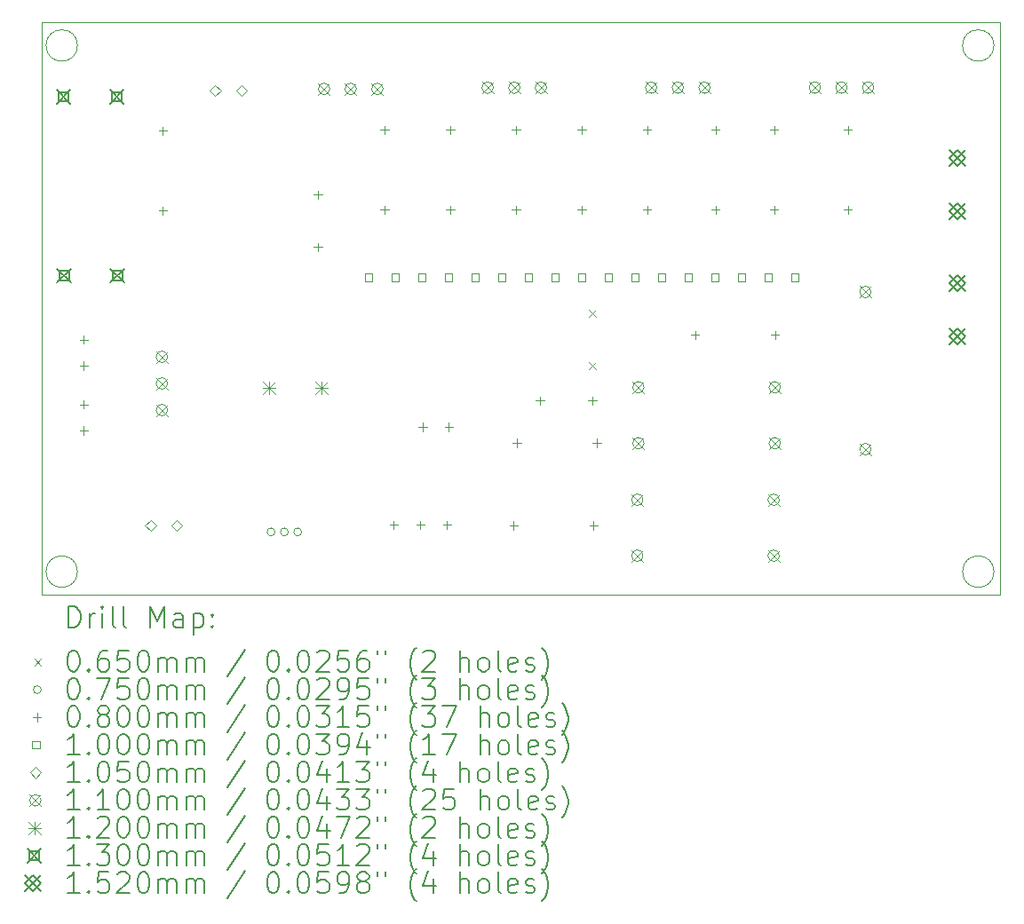
<source format=gbr>
%TF.GenerationSoftware,KiCad,Pcbnew,9.0.1*%
%TF.CreationDate,2025-09-10T18:35:18+05:00*%
%TF.ProjectId,sine_wave_inverter,73696e65-5f77-4617-9665-5f696e766572,rev?*%
%TF.SameCoordinates,Original*%
%TF.FileFunction,Drillmap*%
%TF.FilePolarity,Positive*%
%FSLAX45Y45*%
G04 Gerber Fmt 4.5, Leading zero omitted, Abs format (unit mm)*
G04 Created by KiCad (PCBNEW 9.0.1) date 2025-09-10 18:35:18*
%MOMM*%
%LPD*%
G01*
G04 APERTURE LIST*
%ADD10C,0.050000*%
%ADD11C,0.200000*%
%ADD12C,0.100000*%
%ADD13C,0.105000*%
%ADD14C,0.110000*%
%ADD15C,0.120000*%
%ADD16C,0.130000*%
%ADD17C,0.152000*%
G04 APERTURE END LIST*
D10*
X14538000Y-6629000D02*
G75*
G02*
X14238000Y-6629000I-150000J0D01*
G01*
X14238000Y-6629000D02*
G75*
G02*
X14538000Y-6629000I150000J0D01*
G01*
X5801000Y-6629000D02*
G75*
G02*
X5501000Y-6629000I-150000J0D01*
G01*
X5501000Y-6629000D02*
G75*
G02*
X5801000Y-6629000I150000J0D01*
G01*
X5801000Y-11648000D02*
G75*
G02*
X5501000Y-11648000I-150000J0D01*
G01*
X5501000Y-11648000D02*
G75*
G02*
X5801000Y-11648000I150000J0D01*
G01*
X14538000Y-11648000D02*
G75*
G02*
X14238000Y-11648000I-150000J0D01*
G01*
X14238000Y-11648000D02*
G75*
G02*
X14538000Y-11648000I150000J0D01*
G01*
X5457000Y-6408000D02*
X14595000Y-6408000D01*
X14595000Y-11867000D01*
X5457000Y-11867000D01*
X5457000Y-6408000D01*
D11*
D12*
X10679500Y-9149500D02*
X10744500Y-9214500D01*
X10744500Y-9149500D02*
X10679500Y-9214500D01*
X10679500Y-9649500D02*
X10744500Y-9714500D01*
X10744500Y-9649500D02*
X10679500Y-9714500D01*
X7683500Y-11269000D02*
G75*
G02*
X7608500Y-11269000I-37500J0D01*
G01*
X7608500Y-11269000D02*
G75*
G02*
X7683500Y-11269000I37500J0D01*
G01*
X7810500Y-11269000D02*
G75*
G02*
X7735500Y-11269000I-37500J0D01*
G01*
X7735500Y-11269000D02*
G75*
G02*
X7810500Y-11269000I37500J0D01*
G01*
X7937500Y-11269000D02*
G75*
G02*
X7862500Y-11269000I-37500J0D01*
G01*
X7862500Y-11269000D02*
G75*
G02*
X7937500Y-11269000I37500J0D01*
G01*
X5860604Y-9394489D02*
X5860604Y-9474489D01*
X5820604Y-9434489D02*
X5900604Y-9434489D01*
X5860604Y-9644489D02*
X5860604Y-9724489D01*
X5820604Y-9684489D02*
X5900604Y-9684489D01*
X5860604Y-10012511D02*
X5860604Y-10092511D01*
X5820604Y-10052511D02*
X5900604Y-10052511D01*
X5860604Y-10262511D02*
X5860604Y-10342511D01*
X5820604Y-10302511D02*
X5900604Y-10302511D01*
X6614000Y-7403000D02*
X6614000Y-7483000D01*
X6574000Y-7443000D02*
X6654000Y-7443000D01*
X6614000Y-8165000D02*
X6614000Y-8245000D01*
X6574000Y-8205000D02*
X6654000Y-8205000D01*
X8095000Y-8013000D02*
X8095000Y-8093000D01*
X8055000Y-8053000D02*
X8135000Y-8053000D01*
X8095000Y-8513000D02*
X8095000Y-8593000D01*
X8055000Y-8553000D02*
X8135000Y-8553000D01*
X8726444Y-7395000D02*
X8726444Y-7475000D01*
X8686444Y-7435000D02*
X8766444Y-7435000D01*
X8726444Y-8157000D02*
X8726444Y-8237000D01*
X8686444Y-8197000D02*
X8766444Y-8197000D01*
X8817000Y-11163000D02*
X8817000Y-11243000D01*
X8777000Y-11203000D02*
X8857000Y-11203000D01*
X9071000Y-11163000D02*
X9071000Y-11243000D01*
X9031000Y-11203000D02*
X9111000Y-11203000D01*
X9091489Y-10229000D02*
X9091489Y-10309000D01*
X9051489Y-10269000D02*
X9131489Y-10269000D01*
X9325000Y-11163000D02*
X9325000Y-11243000D01*
X9285000Y-11203000D02*
X9365000Y-11203000D01*
X9341489Y-10229000D02*
X9341489Y-10309000D01*
X9301489Y-10269000D02*
X9381489Y-10269000D01*
X9354444Y-7395000D02*
X9354444Y-7475000D01*
X9314444Y-7435000D02*
X9394444Y-7435000D01*
X9354444Y-8157000D02*
X9354444Y-8237000D01*
X9314444Y-8197000D02*
X9394444Y-8197000D01*
X9959000Y-11169000D02*
X9959000Y-11249000D01*
X9919000Y-11209000D02*
X9999000Y-11209000D01*
X9982444Y-7395000D02*
X9982444Y-7475000D01*
X9942444Y-7435000D02*
X10022444Y-7435000D01*
X9982444Y-8157000D02*
X9982444Y-8237000D01*
X9942444Y-8197000D02*
X10022444Y-8197000D01*
X9990000Y-10380000D02*
X9990000Y-10460000D01*
X9950000Y-10420000D02*
X10030000Y-10420000D01*
X10211000Y-9977000D02*
X10211000Y-10057000D01*
X10171000Y-10017000D02*
X10251000Y-10017000D01*
X10608000Y-7395000D02*
X10608000Y-7475000D01*
X10568000Y-7435000D02*
X10648000Y-7435000D01*
X10608000Y-8157000D02*
X10608000Y-8237000D01*
X10568000Y-8197000D02*
X10648000Y-8197000D01*
X10711000Y-9977000D02*
X10711000Y-10057000D01*
X10671000Y-10017000D02*
X10751000Y-10017000D01*
X10721000Y-11169000D02*
X10721000Y-11249000D01*
X10681000Y-11209000D02*
X10761000Y-11209000D01*
X10752000Y-10380000D02*
X10752000Y-10460000D01*
X10712000Y-10420000D02*
X10792000Y-10420000D01*
X11231000Y-7395000D02*
X11231000Y-7475000D01*
X11191000Y-7435000D02*
X11271000Y-7435000D01*
X11231000Y-8157000D02*
X11231000Y-8237000D01*
X11191000Y-8197000D02*
X11271000Y-8197000D01*
X11688500Y-9351000D02*
X11688500Y-9431000D01*
X11648500Y-9391000D02*
X11728500Y-9391000D01*
X11884000Y-7395000D02*
X11884000Y-7475000D01*
X11844000Y-7435000D02*
X11924000Y-7435000D01*
X11884000Y-8157000D02*
X11884000Y-8237000D01*
X11844000Y-8197000D02*
X11924000Y-8197000D01*
X12443000Y-7395000D02*
X12443000Y-7475000D01*
X12403000Y-7435000D02*
X12483000Y-7435000D01*
X12443000Y-8157000D02*
X12443000Y-8237000D01*
X12403000Y-8197000D02*
X12483000Y-8197000D01*
X12450500Y-9351000D02*
X12450500Y-9431000D01*
X12410500Y-9391000D02*
X12490500Y-9391000D01*
X13145000Y-7395000D02*
X13145000Y-7475000D01*
X13105000Y-7435000D02*
X13185000Y-7435000D01*
X13145000Y-8157000D02*
X13145000Y-8237000D01*
X13105000Y-8197000D02*
X13185000Y-8197000D01*
X8611356Y-8877356D02*
X8611356Y-8806644D01*
X8540644Y-8806644D01*
X8540644Y-8877356D01*
X8611356Y-8877356D01*
X8865356Y-8877356D02*
X8865356Y-8806644D01*
X8794644Y-8806644D01*
X8794644Y-8877356D01*
X8865356Y-8877356D01*
X9119356Y-8877356D02*
X9119356Y-8806644D01*
X9048644Y-8806644D01*
X9048644Y-8877356D01*
X9119356Y-8877356D01*
X9373356Y-8877356D02*
X9373356Y-8806644D01*
X9302644Y-8806644D01*
X9302644Y-8877356D01*
X9373356Y-8877356D01*
X9627356Y-8877356D02*
X9627356Y-8806644D01*
X9556644Y-8806644D01*
X9556644Y-8877356D01*
X9627356Y-8877356D01*
X9881356Y-8877356D02*
X9881356Y-8806644D01*
X9810644Y-8806644D01*
X9810644Y-8877356D01*
X9881356Y-8877356D01*
X10135356Y-8877356D02*
X10135356Y-8806644D01*
X10064644Y-8806644D01*
X10064644Y-8877356D01*
X10135356Y-8877356D01*
X10389356Y-8877356D02*
X10389356Y-8806644D01*
X10318644Y-8806644D01*
X10318644Y-8877356D01*
X10389356Y-8877356D01*
X10643356Y-8877356D02*
X10643356Y-8806644D01*
X10572644Y-8806644D01*
X10572644Y-8877356D01*
X10643356Y-8877356D01*
X10897356Y-8877356D02*
X10897356Y-8806644D01*
X10826644Y-8806644D01*
X10826644Y-8877356D01*
X10897356Y-8877356D01*
X11151356Y-8877356D02*
X11151356Y-8806644D01*
X11080644Y-8806644D01*
X11080644Y-8877356D01*
X11151356Y-8877356D01*
X11405356Y-8877356D02*
X11405356Y-8806644D01*
X11334644Y-8806644D01*
X11334644Y-8877356D01*
X11405356Y-8877356D01*
X11659356Y-8877356D02*
X11659356Y-8806644D01*
X11588644Y-8806644D01*
X11588644Y-8877356D01*
X11659356Y-8877356D01*
X11913356Y-8877356D02*
X11913356Y-8806644D01*
X11842644Y-8806644D01*
X11842644Y-8877356D01*
X11913356Y-8877356D01*
X12167356Y-8877356D02*
X12167356Y-8806644D01*
X12096644Y-8806644D01*
X12096644Y-8877356D01*
X12167356Y-8877356D01*
X12421356Y-8877356D02*
X12421356Y-8806644D01*
X12350644Y-8806644D01*
X12350644Y-8877356D01*
X12421356Y-8877356D01*
X12675356Y-8877356D02*
X12675356Y-8806644D01*
X12604644Y-8806644D01*
X12604644Y-8877356D01*
X12675356Y-8877356D01*
D13*
X6498000Y-11262500D02*
X6550500Y-11210000D01*
X6498000Y-11157500D01*
X6445500Y-11210000D01*
X6498000Y-11262500D01*
X6748000Y-11262500D02*
X6800500Y-11210000D01*
X6748000Y-11157500D01*
X6695500Y-11210000D01*
X6748000Y-11262500D01*
X7113750Y-7110000D02*
X7166250Y-7057500D01*
X7113750Y-7005000D01*
X7061250Y-7057500D01*
X7113750Y-7110000D01*
X7363750Y-7110000D02*
X7416250Y-7057500D01*
X7363750Y-7005000D01*
X7311250Y-7057500D01*
X7363750Y-7110000D01*
D14*
X6550604Y-9544000D02*
X6660604Y-9654000D01*
X6660604Y-9544000D02*
X6550604Y-9654000D01*
X6660604Y-9599000D02*
G75*
G02*
X6550604Y-9599000I-55000J0D01*
G01*
X6550604Y-9599000D02*
G75*
G02*
X6660604Y-9599000I55000J0D01*
G01*
X6550604Y-9798000D02*
X6660604Y-9908000D01*
X6660604Y-9798000D02*
X6550604Y-9908000D01*
X6660604Y-9853000D02*
G75*
G02*
X6550604Y-9853000I-55000J0D01*
G01*
X6550604Y-9853000D02*
G75*
G02*
X6660604Y-9853000I55000J0D01*
G01*
X6550604Y-10052000D02*
X6660604Y-10162000D01*
X6660604Y-10052000D02*
X6550604Y-10162000D01*
X6660604Y-10107000D02*
G75*
G02*
X6550604Y-10107000I-55000J0D01*
G01*
X6550604Y-10107000D02*
G75*
G02*
X6660604Y-10107000I55000J0D01*
G01*
X8096200Y-6989000D02*
X8206200Y-7099000D01*
X8206200Y-6989000D02*
X8096200Y-7099000D01*
X8206200Y-7044000D02*
G75*
G02*
X8096200Y-7044000I-55000J0D01*
G01*
X8096200Y-7044000D02*
G75*
G02*
X8206200Y-7044000I55000J0D01*
G01*
X8350200Y-6989000D02*
X8460200Y-7099000D01*
X8460200Y-6989000D02*
X8350200Y-7099000D01*
X8460200Y-7044000D02*
G75*
G02*
X8350200Y-7044000I-55000J0D01*
G01*
X8350200Y-7044000D02*
G75*
G02*
X8460200Y-7044000I55000J0D01*
G01*
X8604200Y-6989000D02*
X8714200Y-7099000D01*
X8714200Y-6989000D02*
X8604200Y-7099000D01*
X8714200Y-7044000D02*
G75*
G02*
X8604200Y-7044000I-55000J0D01*
G01*
X8604200Y-7044000D02*
G75*
G02*
X8714200Y-7044000I55000J0D01*
G01*
X9655800Y-6976000D02*
X9765800Y-7086000D01*
X9765800Y-6976000D02*
X9655800Y-7086000D01*
X9765800Y-7031000D02*
G75*
G02*
X9655800Y-7031000I-55000J0D01*
G01*
X9655800Y-7031000D02*
G75*
G02*
X9765800Y-7031000I55000J0D01*
G01*
X9909800Y-6976000D02*
X10019800Y-7086000D01*
X10019800Y-6976000D02*
X9909800Y-7086000D01*
X10019800Y-7031000D02*
G75*
G02*
X9909800Y-7031000I-55000J0D01*
G01*
X9909800Y-7031000D02*
G75*
G02*
X10019800Y-7031000I55000J0D01*
G01*
X10163800Y-6976000D02*
X10273800Y-7086000D01*
X10273800Y-6976000D02*
X10163800Y-7086000D01*
X10273800Y-7031000D02*
G75*
G02*
X10163800Y-7031000I-55000J0D01*
G01*
X10163800Y-7031000D02*
G75*
G02*
X10273800Y-7031000I55000J0D01*
G01*
X11083000Y-10907667D02*
X11193000Y-11017667D01*
X11193000Y-10907667D02*
X11083000Y-11017667D01*
X11193000Y-10962667D02*
G75*
G02*
X11083000Y-10962667I-55000J0D01*
G01*
X11083000Y-10962667D02*
G75*
G02*
X11193000Y-10962667I55000J0D01*
G01*
X11083000Y-11441000D02*
X11193000Y-11551000D01*
X11193000Y-11441000D02*
X11083000Y-11551000D01*
X11193000Y-11496000D02*
G75*
G02*
X11083000Y-11496000I-55000J0D01*
G01*
X11083000Y-11496000D02*
G75*
G02*
X11193000Y-11496000I55000J0D01*
G01*
X11093000Y-9835000D02*
X11203000Y-9945000D01*
X11203000Y-9835000D02*
X11093000Y-9945000D01*
X11203000Y-9890000D02*
G75*
G02*
X11093000Y-9890000I-55000J0D01*
G01*
X11093000Y-9890000D02*
G75*
G02*
X11203000Y-9890000I55000J0D01*
G01*
X11093000Y-10368333D02*
X11203000Y-10478333D01*
X11203000Y-10368333D02*
X11093000Y-10478333D01*
X11203000Y-10423333D02*
G75*
G02*
X11093000Y-10423333I-55000J0D01*
G01*
X11093000Y-10423333D02*
G75*
G02*
X11203000Y-10423333I55000J0D01*
G01*
X11215400Y-6976000D02*
X11325400Y-7086000D01*
X11325400Y-6976000D02*
X11215400Y-7086000D01*
X11325400Y-7031000D02*
G75*
G02*
X11215400Y-7031000I-55000J0D01*
G01*
X11215400Y-7031000D02*
G75*
G02*
X11325400Y-7031000I55000J0D01*
G01*
X11469400Y-6976000D02*
X11579400Y-7086000D01*
X11579400Y-6976000D02*
X11469400Y-7086000D01*
X11579400Y-7031000D02*
G75*
G02*
X11469400Y-7031000I-55000J0D01*
G01*
X11469400Y-7031000D02*
G75*
G02*
X11579400Y-7031000I55000J0D01*
G01*
X11723400Y-6976000D02*
X11833400Y-7086000D01*
X11833400Y-6976000D02*
X11723400Y-7086000D01*
X11833400Y-7031000D02*
G75*
G02*
X11723400Y-7031000I-55000J0D01*
G01*
X11723400Y-7031000D02*
G75*
G02*
X11833400Y-7031000I55000J0D01*
G01*
X12383000Y-10907667D02*
X12493000Y-11017667D01*
X12493000Y-10907667D02*
X12383000Y-11017667D01*
X12493000Y-10962667D02*
G75*
G02*
X12383000Y-10962667I-55000J0D01*
G01*
X12383000Y-10962667D02*
G75*
G02*
X12493000Y-10962667I55000J0D01*
G01*
X12383000Y-11441000D02*
X12493000Y-11551000D01*
X12493000Y-11441000D02*
X12383000Y-11551000D01*
X12493000Y-11496000D02*
G75*
G02*
X12383000Y-11496000I-55000J0D01*
G01*
X12383000Y-11496000D02*
G75*
G02*
X12493000Y-11496000I55000J0D01*
G01*
X12393000Y-9835000D02*
X12503000Y-9945000D01*
X12503000Y-9835000D02*
X12393000Y-9945000D01*
X12503000Y-9890000D02*
G75*
G02*
X12393000Y-9890000I-55000J0D01*
G01*
X12393000Y-9890000D02*
G75*
G02*
X12503000Y-9890000I55000J0D01*
G01*
X12393000Y-10368333D02*
X12503000Y-10478333D01*
X12503000Y-10368333D02*
X12393000Y-10478333D01*
X12503000Y-10423333D02*
G75*
G02*
X12393000Y-10423333I-55000J0D01*
G01*
X12393000Y-10423333D02*
G75*
G02*
X12503000Y-10423333I55000J0D01*
G01*
X12775000Y-6976000D02*
X12885000Y-7086000D01*
X12885000Y-6976000D02*
X12775000Y-7086000D01*
X12885000Y-7031000D02*
G75*
G02*
X12775000Y-7031000I-55000J0D01*
G01*
X12775000Y-7031000D02*
G75*
G02*
X12885000Y-7031000I55000J0D01*
G01*
X13029000Y-6976000D02*
X13139000Y-7086000D01*
X13139000Y-6976000D02*
X13029000Y-7086000D01*
X13139000Y-7031000D02*
G75*
G02*
X13029000Y-7031000I-55000J0D01*
G01*
X13029000Y-7031000D02*
G75*
G02*
X13139000Y-7031000I55000J0D01*
G01*
X13258000Y-8925000D02*
X13368000Y-9035000D01*
X13368000Y-8925000D02*
X13258000Y-9035000D01*
X13368000Y-8980000D02*
G75*
G02*
X13258000Y-8980000I-55000J0D01*
G01*
X13258000Y-8980000D02*
G75*
G02*
X13368000Y-8980000I55000J0D01*
G01*
X13258000Y-10425000D02*
X13368000Y-10535000D01*
X13368000Y-10425000D02*
X13258000Y-10535000D01*
X13368000Y-10480000D02*
G75*
G02*
X13258000Y-10480000I-55000J0D01*
G01*
X13258000Y-10480000D02*
G75*
G02*
X13368000Y-10480000I55000J0D01*
G01*
X13283000Y-6976000D02*
X13393000Y-7086000D01*
X13393000Y-6976000D02*
X13283000Y-7086000D01*
X13393000Y-7031000D02*
G75*
G02*
X13283000Y-7031000I-55000J0D01*
G01*
X13283000Y-7031000D02*
G75*
G02*
X13393000Y-7031000I55000J0D01*
G01*
D15*
X7568604Y-9835000D02*
X7688604Y-9955000D01*
X7688604Y-9835000D02*
X7568604Y-9955000D01*
X7628604Y-9835000D02*
X7628604Y-9955000D01*
X7568604Y-9895000D02*
X7688604Y-9895000D01*
X8068604Y-9835000D02*
X8188604Y-9955000D01*
X8188604Y-9835000D02*
X8068604Y-9955000D01*
X8128604Y-9835000D02*
X8128604Y-9955000D01*
X8068604Y-9895000D02*
X8188604Y-9895000D01*
D16*
X5600000Y-7053000D02*
X5730000Y-7183000D01*
X5730000Y-7053000D02*
X5600000Y-7183000D01*
X5710962Y-7163962D02*
X5710962Y-7072038D01*
X5619038Y-7072038D01*
X5619038Y-7163962D01*
X5710962Y-7163962D01*
X5608000Y-8761000D02*
X5738000Y-8891000D01*
X5738000Y-8761000D02*
X5608000Y-8891000D01*
X5718962Y-8871962D02*
X5718962Y-8780038D01*
X5627038Y-8780038D01*
X5627038Y-8871962D01*
X5718962Y-8871962D01*
X6108000Y-7053000D02*
X6238000Y-7183000D01*
X6238000Y-7053000D02*
X6108000Y-7183000D01*
X6218962Y-7163962D02*
X6218962Y-7072038D01*
X6127038Y-7072038D01*
X6127038Y-7163962D01*
X6218962Y-7163962D01*
X6116000Y-8761000D02*
X6246000Y-8891000D01*
X6246000Y-8761000D02*
X6116000Y-8891000D01*
X6226962Y-8871962D02*
X6226962Y-8780038D01*
X6135038Y-8780038D01*
X6135038Y-8871962D01*
X6226962Y-8871962D01*
D17*
X14111000Y-8823000D02*
X14263000Y-8975000D01*
X14263000Y-8823000D02*
X14111000Y-8975000D01*
X14187000Y-8975000D02*
X14263000Y-8899000D01*
X14187000Y-8823000D01*
X14111000Y-8899000D01*
X14187000Y-8975000D01*
X14111000Y-9331000D02*
X14263000Y-9483000D01*
X14263000Y-9331000D02*
X14111000Y-9483000D01*
X14187000Y-9483000D02*
X14263000Y-9407000D01*
X14187000Y-9331000D01*
X14111000Y-9407000D01*
X14187000Y-9483000D01*
X14114000Y-7628000D02*
X14266000Y-7780000D01*
X14266000Y-7628000D02*
X14114000Y-7780000D01*
X14190000Y-7780000D02*
X14266000Y-7704000D01*
X14190000Y-7628000D01*
X14114000Y-7704000D01*
X14190000Y-7780000D01*
X14114000Y-8136000D02*
X14266000Y-8288000D01*
X14266000Y-8136000D02*
X14114000Y-8288000D01*
X14190000Y-8288000D02*
X14266000Y-8212000D01*
X14190000Y-8136000D01*
X14114000Y-8212000D01*
X14190000Y-8288000D01*
D11*
X5715277Y-12180984D02*
X5715277Y-11980984D01*
X5715277Y-11980984D02*
X5762896Y-11980984D01*
X5762896Y-11980984D02*
X5791467Y-11990508D01*
X5791467Y-11990508D02*
X5810515Y-12009555D01*
X5810515Y-12009555D02*
X5820039Y-12028603D01*
X5820039Y-12028603D02*
X5829562Y-12066698D01*
X5829562Y-12066698D02*
X5829562Y-12095269D01*
X5829562Y-12095269D02*
X5820039Y-12133365D01*
X5820039Y-12133365D02*
X5810515Y-12152412D01*
X5810515Y-12152412D02*
X5791467Y-12171460D01*
X5791467Y-12171460D02*
X5762896Y-12180984D01*
X5762896Y-12180984D02*
X5715277Y-12180984D01*
X5915277Y-12180984D02*
X5915277Y-12047650D01*
X5915277Y-12085746D02*
X5924801Y-12066698D01*
X5924801Y-12066698D02*
X5934324Y-12057174D01*
X5934324Y-12057174D02*
X5953372Y-12047650D01*
X5953372Y-12047650D02*
X5972420Y-12047650D01*
X6039086Y-12180984D02*
X6039086Y-12047650D01*
X6039086Y-11980984D02*
X6029562Y-11990508D01*
X6029562Y-11990508D02*
X6039086Y-12000031D01*
X6039086Y-12000031D02*
X6048610Y-11990508D01*
X6048610Y-11990508D02*
X6039086Y-11980984D01*
X6039086Y-11980984D02*
X6039086Y-12000031D01*
X6162896Y-12180984D02*
X6143848Y-12171460D01*
X6143848Y-12171460D02*
X6134324Y-12152412D01*
X6134324Y-12152412D02*
X6134324Y-11980984D01*
X6267658Y-12180984D02*
X6248610Y-12171460D01*
X6248610Y-12171460D02*
X6239086Y-12152412D01*
X6239086Y-12152412D02*
X6239086Y-11980984D01*
X6496229Y-12180984D02*
X6496229Y-11980984D01*
X6496229Y-11980984D02*
X6562896Y-12123841D01*
X6562896Y-12123841D02*
X6629562Y-11980984D01*
X6629562Y-11980984D02*
X6629562Y-12180984D01*
X6810515Y-12180984D02*
X6810515Y-12076222D01*
X6810515Y-12076222D02*
X6800991Y-12057174D01*
X6800991Y-12057174D02*
X6781943Y-12047650D01*
X6781943Y-12047650D02*
X6743848Y-12047650D01*
X6743848Y-12047650D02*
X6724801Y-12057174D01*
X6810515Y-12171460D02*
X6791467Y-12180984D01*
X6791467Y-12180984D02*
X6743848Y-12180984D01*
X6743848Y-12180984D02*
X6724801Y-12171460D01*
X6724801Y-12171460D02*
X6715277Y-12152412D01*
X6715277Y-12152412D02*
X6715277Y-12133365D01*
X6715277Y-12133365D02*
X6724801Y-12114317D01*
X6724801Y-12114317D02*
X6743848Y-12104793D01*
X6743848Y-12104793D02*
X6791467Y-12104793D01*
X6791467Y-12104793D02*
X6810515Y-12095269D01*
X6905753Y-12047650D02*
X6905753Y-12247650D01*
X6905753Y-12057174D02*
X6924801Y-12047650D01*
X6924801Y-12047650D02*
X6962896Y-12047650D01*
X6962896Y-12047650D02*
X6981943Y-12057174D01*
X6981943Y-12057174D02*
X6991467Y-12066698D01*
X6991467Y-12066698D02*
X7000991Y-12085746D01*
X7000991Y-12085746D02*
X7000991Y-12142888D01*
X7000991Y-12142888D02*
X6991467Y-12161936D01*
X6991467Y-12161936D02*
X6981943Y-12171460D01*
X6981943Y-12171460D02*
X6962896Y-12180984D01*
X6962896Y-12180984D02*
X6924801Y-12180984D01*
X6924801Y-12180984D02*
X6905753Y-12171460D01*
X7086705Y-12161936D02*
X7096229Y-12171460D01*
X7096229Y-12171460D02*
X7086705Y-12180984D01*
X7086705Y-12180984D02*
X7077182Y-12171460D01*
X7077182Y-12171460D02*
X7086705Y-12161936D01*
X7086705Y-12161936D02*
X7086705Y-12180984D01*
X7086705Y-12057174D02*
X7096229Y-12066698D01*
X7096229Y-12066698D02*
X7086705Y-12076222D01*
X7086705Y-12076222D02*
X7077182Y-12066698D01*
X7077182Y-12066698D02*
X7086705Y-12057174D01*
X7086705Y-12057174D02*
X7086705Y-12076222D01*
D12*
X5389500Y-12477000D02*
X5454500Y-12542000D01*
X5454500Y-12477000D02*
X5389500Y-12542000D01*
D11*
X5753372Y-12400984D02*
X5772420Y-12400984D01*
X5772420Y-12400984D02*
X5791467Y-12410508D01*
X5791467Y-12410508D02*
X5800991Y-12420031D01*
X5800991Y-12420031D02*
X5810515Y-12439079D01*
X5810515Y-12439079D02*
X5820039Y-12477174D01*
X5820039Y-12477174D02*
X5820039Y-12524793D01*
X5820039Y-12524793D02*
X5810515Y-12562888D01*
X5810515Y-12562888D02*
X5800991Y-12581936D01*
X5800991Y-12581936D02*
X5791467Y-12591460D01*
X5791467Y-12591460D02*
X5772420Y-12600984D01*
X5772420Y-12600984D02*
X5753372Y-12600984D01*
X5753372Y-12600984D02*
X5734324Y-12591460D01*
X5734324Y-12591460D02*
X5724801Y-12581936D01*
X5724801Y-12581936D02*
X5715277Y-12562888D01*
X5715277Y-12562888D02*
X5705753Y-12524793D01*
X5705753Y-12524793D02*
X5705753Y-12477174D01*
X5705753Y-12477174D02*
X5715277Y-12439079D01*
X5715277Y-12439079D02*
X5724801Y-12420031D01*
X5724801Y-12420031D02*
X5734324Y-12410508D01*
X5734324Y-12410508D02*
X5753372Y-12400984D01*
X5905753Y-12581936D02*
X5915277Y-12591460D01*
X5915277Y-12591460D02*
X5905753Y-12600984D01*
X5905753Y-12600984D02*
X5896229Y-12591460D01*
X5896229Y-12591460D02*
X5905753Y-12581936D01*
X5905753Y-12581936D02*
X5905753Y-12600984D01*
X6086705Y-12400984D02*
X6048610Y-12400984D01*
X6048610Y-12400984D02*
X6029562Y-12410508D01*
X6029562Y-12410508D02*
X6020039Y-12420031D01*
X6020039Y-12420031D02*
X6000991Y-12448603D01*
X6000991Y-12448603D02*
X5991467Y-12486698D01*
X5991467Y-12486698D02*
X5991467Y-12562888D01*
X5991467Y-12562888D02*
X6000991Y-12581936D01*
X6000991Y-12581936D02*
X6010515Y-12591460D01*
X6010515Y-12591460D02*
X6029562Y-12600984D01*
X6029562Y-12600984D02*
X6067658Y-12600984D01*
X6067658Y-12600984D02*
X6086705Y-12591460D01*
X6086705Y-12591460D02*
X6096229Y-12581936D01*
X6096229Y-12581936D02*
X6105753Y-12562888D01*
X6105753Y-12562888D02*
X6105753Y-12515269D01*
X6105753Y-12515269D02*
X6096229Y-12496222D01*
X6096229Y-12496222D02*
X6086705Y-12486698D01*
X6086705Y-12486698D02*
X6067658Y-12477174D01*
X6067658Y-12477174D02*
X6029562Y-12477174D01*
X6029562Y-12477174D02*
X6010515Y-12486698D01*
X6010515Y-12486698D02*
X6000991Y-12496222D01*
X6000991Y-12496222D02*
X5991467Y-12515269D01*
X6286705Y-12400984D02*
X6191467Y-12400984D01*
X6191467Y-12400984D02*
X6181943Y-12496222D01*
X6181943Y-12496222D02*
X6191467Y-12486698D01*
X6191467Y-12486698D02*
X6210515Y-12477174D01*
X6210515Y-12477174D02*
X6258134Y-12477174D01*
X6258134Y-12477174D02*
X6277182Y-12486698D01*
X6277182Y-12486698D02*
X6286705Y-12496222D01*
X6286705Y-12496222D02*
X6296229Y-12515269D01*
X6296229Y-12515269D02*
X6296229Y-12562888D01*
X6296229Y-12562888D02*
X6286705Y-12581936D01*
X6286705Y-12581936D02*
X6277182Y-12591460D01*
X6277182Y-12591460D02*
X6258134Y-12600984D01*
X6258134Y-12600984D02*
X6210515Y-12600984D01*
X6210515Y-12600984D02*
X6191467Y-12591460D01*
X6191467Y-12591460D02*
X6181943Y-12581936D01*
X6420039Y-12400984D02*
X6439086Y-12400984D01*
X6439086Y-12400984D02*
X6458134Y-12410508D01*
X6458134Y-12410508D02*
X6467658Y-12420031D01*
X6467658Y-12420031D02*
X6477182Y-12439079D01*
X6477182Y-12439079D02*
X6486705Y-12477174D01*
X6486705Y-12477174D02*
X6486705Y-12524793D01*
X6486705Y-12524793D02*
X6477182Y-12562888D01*
X6477182Y-12562888D02*
X6467658Y-12581936D01*
X6467658Y-12581936D02*
X6458134Y-12591460D01*
X6458134Y-12591460D02*
X6439086Y-12600984D01*
X6439086Y-12600984D02*
X6420039Y-12600984D01*
X6420039Y-12600984D02*
X6400991Y-12591460D01*
X6400991Y-12591460D02*
X6391467Y-12581936D01*
X6391467Y-12581936D02*
X6381943Y-12562888D01*
X6381943Y-12562888D02*
X6372420Y-12524793D01*
X6372420Y-12524793D02*
X6372420Y-12477174D01*
X6372420Y-12477174D02*
X6381943Y-12439079D01*
X6381943Y-12439079D02*
X6391467Y-12420031D01*
X6391467Y-12420031D02*
X6400991Y-12410508D01*
X6400991Y-12410508D02*
X6420039Y-12400984D01*
X6572420Y-12600984D02*
X6572420Y-12467650D01*
X6572420Y-12486698D02*
X6581943Y-12477174D01*
X6581943Y-12477174D02*
X6600991Y-12467650D01*
X6600991Y-12467650D02*
X6629563Y-12467650D01*
X6629563Y-12467650D02*
X6648610Y-12477174D01*
X6648610Y-12477174D02*
X6658134Y-12496222D01*
X6658134Y-12496222D02*
X6658134Y-12600984D01*
X6658134Y-12496222D02*
X6667658Y-12477174D01*
X6667658Y-12477174D02*
X6686705Y-12467650D01*
X6686705Y-12467650D02*
X6715277Y-12467650D01*
X6715277Y-12467650D02*
X6734324Y-12477174D01*
X6734324Y-12477174D02*
X6743848Y-12496222D01*
X6743848Y-12496222D02*
X6743848Y-12600984D01*
X6839086Y-12600984D02*
X6839086Y-12467650D01*
X6839086Y-12486698D02*
X6848610Y-12477174D01*
X6848610Y-12477174D02*
X6867658Y-12467650D01*
X6867658Y-12467650D02*
X6896229Y-12467650D01*
X6896229Y-12467650D02*
X6915277Y-12477174D01*
X6915277Y-12477174D02*
X6924801Y-12496222D01*
X6924801Y-12496222D02*
X6924801Y-12600984D01*
X6924801Y-12496222D02*
X6934324Y-12477174D01*
X6934324Y-12477174D02*
X6953372Y-12467650D01*
X6953372Y-12467650D02*
X6981943Y-12467650D01*
X6981943Y-12467650D02*
X7000991Y-12477174D01*
X7000991Y-12477174D02*
X7010515Y-12496222D01*
X7010515Y-12496222D02*
X7010515Y-12600984D01*
X7400991Y-12391460D02*
X7229563Y-12648603D01*
X7658134Y-12400984D02*
X7677182Y-12400984D01*
X7677182Y-12400984D02*
X7696229Y-12410508D01*
X7696229Y-12410508D02*
X7705753Y-12420031D01*
X7705753Y-12420031D02*
X7715277Y-12439079D01*
X7715277Y-12439079D02*
X7724801Y-12477174D01*
X7724801Y-12477174D02*
X7724801Y-12524793D01*
X7724801Y-12524793D02*
X7715277Y-12562888D01*
X7715277Y-12562888D02*
X7705753Y-12581936D01*
X7705753Y-12581936D02*
X7696229Y-12591460D01*
X7696229Y-12591460D02*
X7677182Y-12600984D01*
X7677182Y-12600984D02*
X7658134Y-12600984D01*
X7658134Y-12600984D02*
X7639086Y-12591460D01*
X7639086Y-12591460D02*
X7629563Y-12581936D01*
X7629563Y-12581936D02*
X7620039Y-12562888D01*
X7620039Y-12562888D02*
X7610515Y-12524793D01*
X7610515Y-12524793D02*
X7610515Y-12477174D01*
X7610515Y-12477174D02*
X7620039Y-12439079D01*
X7620039Y-12439079D02*
X7629563Y-12420031D01*
X7629563Y-12420031D02*
X7639086Y-12410508D01*
X7639086Y-12410508D02*
X7658134Y-12400984D01*
X7810515Y-12581936D02*
X7820039Y-12591460D01*
X7820039Y-12591460D02*
X7810515Y-12600984D01*
X7810515Y-12600984D02*
X7800991Y-12591460D01*
X7800991Y-12591460D02*
X7810515Y-12581936D01*
X7810515Y-12581936D02*
X7810515Y-12600984D01*
X7943848Y-12400984D02*
X7962896Y-12400984D01*
X7962896Y-12400984D02*
X7981944Y-12410508D01*
X7981944Y-12410508D02*
X7991467Y-12420031D01*
X7991467Y-12420031D02*
X8000991Y-12439079D01*
X8000991Y-12439079D02*
X8010515Y-12477174D01*
X8010515Y-12477174D02*
X8010515Y-12524793D01*
X8010515Y-12524793D02*
X8000991Y-12562888D01*
X8000991Y-12562888D02*
X7991467Y-12581936D01*
X7991467Y-12581936D02*
X7981944Y-12591460D01*
X7981944Y-12591460D02*
X7962896Y-12600984D01*
X7962896Y-12600984D02*
X7943848Y-12600984D01*
X7943848Y-12600984D02*
X7924801Y-12591460D01*
X7924801Y-12591460D02*
X7915277Y-12581936D01*
X7915277Y-12581936D02*
X7905753Y-12562888D01*
X7905753Y-12562888D02*
X7896229Y-12524793D01*
X7896229Y-12524793D02*
X7896229Y-12477174D01*
X7896229Y-12477174D02*
X7905753Y-12439079D01*
X7905753Y-12439079D02*
X7915277Y-12420031D01*
X7915277Y-12420031D02*
X7924801Y-12410508D01*
X7924801Y-12410508D02*
X7943848Y-12400984D01*
X8086706Y-12420031D02*
X8096229Y-12410508D01*
X8096229Y-12410508D02*
X8115277Y-12400984D01*
X8115277Y-12400984D02*
X8162896Y-12400984D01*
X8162896Y-12400984D02*
X8181944Y-12410508D01*
X8181944Y-12410508D02*
X8191467Y-12420031D01*
X8191467Y-12420031D02*
X8200991Y-12439079D01*
X8200991Y-12439079D02*
X8200991Y-12458127D01*
X8200991Y-12458127D02*
X8191467Y-12486698D01*
X8191467Y-12486698D02*
X8077182Y-12600984D01*
X8077182Y-12600984D02*
X8200991Y-12600984D01*
X8381944Y-12400984D02*
X8286706Y-12400984D01*
X8286706Y-12400984D02*
X8277182Y-12496222D01*
X8277182Y-12496222D02*
X8286706Y-12486698D01*
X8286706Y-12486698D02*
X8305753Y-12477174D01*
X8305753Y-12477174D02*
X8353372Y-12477174D01*
X8353372Y-12477174D02*
X8372420Y-12486698D01*
X8372420Y-12486698D02*
X8381944Y-12496222D01*
X8381944Y-12496222D02*
X8391468Y-12515269D01*
X8391468Y-12515269D02*
X8391468Y-12562888D01*
X8391468Y-12562888D02*
X8381944Y-12581936D01*
X8381944Y-12581936D02*
X8372420Y-12591460D01*
X8372420Y-12591460D02*
X8353372Y-12600984D01*
X8353372Y-12600984D02*
X8305753Y-12600984D01*
X8305753Y-12600984D02*
X8286706Y-12591460D01*
X8286706Y-12591460D02*
X8277182Y-12581936D01*
X8562896Y-12400984D02*
X8524801Y-12400984D01*
X8524801Y-12400984D02*
X8505753Y-12410508D01*
X8505753Y-12410508D02*
X8496229Y-12420031D01*
X8496229Y-12420031D02*
X8477182Y-12448603D01*
X8477182Y-12448603D02*
X8467658Y-12486698D01*
X8467658Y-12486698D02*
X8467658Y-12562888D01*
X8467658Y-12562888D02*
X8477182Y-12581936D01*
X8477182Y-12581936D02*
X8486706Y-12591460D01*
X8486706Y-12591460D02*
X8505753Y-12600984D01*
X8505753Y-12600984D02*
X8543849Y-12600984D01*
X8543849Y-12600984D02*
X8562896Y-12591460D01*
X8562896Y-12591460D02*
X8572420Y-12581936D01*
X8572420Y-12581936D02*
X8581944Y-12562888D01*
X8581944Y-12562888D02*
X8581944Y-12515269D01*
X8581944Y-12515269D02*
X8572420Y-12496222D01*
X8572420Y-12496222D02*
X8562896Y-12486698D01*
X8562896Y-12486698D02*
X8543849Y-12477174D01*
X8543849Y-12477174D02*
X8505753Y-12477174D01*
X8505753Y-12477174D02*
X8486706Y-12486698D01*
X8486706Y-12486698D02*
X8477182Y-12496222D01*
X8477182Y-12496222D02*
X8467658Y-12515269D01*
X8658134Y-12400984D02*
X8658134Y-12439079D01*
X8734325Y-12400984D02*
X8734325Y-12439079D01*
X9029563Y-12677174D02*
X9020039Y-12667650D01*
X9020039Y-12667650D02*
X9000991Y-12639079D01*
X9000991Y-12639079D02*
X8991468Y-12620031D01*
X8991468Y-12620031D02*
X8981944Y-12591460D01*
X8981944Y-12591460D02*
X8972420Y-12543841D01*
X8972420Y-12543841D02*
X8972420Y-12505746D01*
X8972420Y-12505746D02*
X8981944Y-12458127D01*
X8981944Y-12458127D02*
X8991468Y-12429555D01*
X8991468Y-12429555D02*
X9000991Y-12410508D01*
X9000991Y-12410508D02*
X9020039Y-12381936D01*
X9020039Y-12381936D02*
X9029563Y-12372412D01*
X9096230Y-12420031D02*
X9105753Y-12410508D01*
X9105753Y-12410508D02*
X9124801Y-12400984D01*
X9124801Y-12400984D02*
X9172420Y-12400984D01*
X9172420Y-12400984D02*
X9191468Y-12410508D01*
X9191468Y-12410508D02*
X9200991Y-12420031D01*
X9200991Y-12420031D02*
X9210515Y-12439079D01*
X9210515Y-12439079D02*
X9210515Y-12458127D01*
X9210515Y-12458127D02*
X9200991Y-12486698D01*
X9200991Y-12486698D02*
X9086706Y-12600984D01*
X9086706Y-12600984D02*
X9210515Y-12600984D01*
X9448611Y-12600984D02*
X9448611Y-12400984D01*
X9534325Y-12600984D02*
X9534325Y-12496222D01*
X9534325Y-12496222D02*
X9524801Y-12477174D01*
X9524801Y-12477174D02*
X9505753Y-12467650D01*
X9505753Y-12467650D02*
X9477182Y-12467650D01*
X9477182Y-12467650D02*
X9458134Y-12477174D01*
X9458134Y-12477174D02*
X9448611Y-12486698D01*
X9658134Y-12600984D02*
X9639087Y-12591460D01*
X9639087Y-12591460D02*
X9629563Y-12581936D01*
X9629563Y-12581936D02*
X9620039Y-12562888D01*
X9620039Y-12562888D02*
X9620039Y-12505746D01*
X9620039Y-12505746D02*
X9629563Y-12486698D01*
X9629563Y-12486698D02*
X9639087Y-12477174D01*
X9639087Y-12477174D02*
X9658134Y-12467650D01*
X9658134Y-12467650D02*
X9686706Y-12467650D01*
X9686706Y-12467650D02*
X9705753Y-12477174D01*
X9705753Y-12477174D02*
X9715277Y-12486698D01*
X9715277Y-12486698D02*
X9724801Y-12505746D01*
X9724801Y-12505746D02*
X9724801Y-12562888D01*
X9724801Y-12562888D02*
X9715277Y-12581936D01*
X9715277Y-12581936D02*
X9705753Y-12591460D01*
X9705753Y-12591460D02*
X9686706Y-12600984D01*
X9686706Y-12600984D02*
X9658134Y-12600984D01*
X9839087Y-12600984D02*
X9820039Y-12591460D01*
X9820039Y-12591460D02*
X9810515Y-12572412D01*
X9810515Y-12572412D02*
X9810515Y-12400984D01*
X9991468Y-12591460D02*
X9972420Y-12600984D01*
X9972420Y-12600984D02*
X9934325Y-12600984D01*
X9934325Y-12600984D02*
X9915277Y-12591460D01*
X9915277Y-12591460D02*
X9905753Y-12572412D01*
X9905753Y-12572412D02*
X9905753Y-12496222D01*
X9905753Y-12496222D02*
X9915277Y-12477174D01*
X9915277Y-12477174D02*
X9934325Y-12467650D01*
X9934325Y-12467650D02*
X9972420Y-12467650D01*
X9972420Y-12467650D02*
X9991468Y-12477174D01*
X9991468Y-12477174D02*
X10000992Y-12496222D01*
X10000992Y-12496222D02*
X10000992Y-12515269D01*
X10000992Y-12515269D02*
X9905753Y-12534317D01*
X10077182Y-12591460D02*
X10096230Y-12600984D01*
X10096230Y-12600984D02*
X10134325Y-12600984D01*
X10134325Y-12600984D02*
X10153373Y-12591460D01*
X10153373Y-12591460D02*
X10162896Y-12572412D01*
X10162896Y-12572412D02*
X10162896Y-12562888D01*
X10162896Y-12562888D02*
X10153373Y-12543841D01*
X10153373Y-12543841D02*
X10134325Y-12534317D01*
X10134325Y-12534317D02*
X10105753Y-12534317D01*
X10105753Y-12534317D02*
X10086706Y-12524793D01*
X10086706Y-12524793D02*
X10077182Y-12505746D01*
X10077182Y-12505746D02*
X10077182Y-12496222D01*
X10077182Y-12496222D02*
X10086706Y-12477174D01*
X10086706Y-12477174D02*
X10105753Y-12467650D01*
X10105753Y-12467650D02*
X10134325Y-12467650D01*
X10134325Y-12467650D02*
X10153373Y-12477174D01*
X10229563Y-12677174D02*
X10239087Y-12667650D01*
X10239087Y-12667650D02*
X10258134Y-12639079D01*
X10258134Y-12639079D02*
X10267658Y-12620031D01*
X10267658Y-12620031D02*
X10277182Y-12591460D01*
X10277182Y-12591460D02*
X10286706Y-12543841D01*
X10286706Y-12543841D02*
X10286706Y-12505746D01*
X10286706Y-12505746D02*
X10277182Y-12458127D01*
X10277182Y-12458127D02*
X10267658Y-12429555D01*
X10267658Y-12429555D02*
X10258134Y-12410508D01*
X10258134Y-12410508D02*
X10239087Y-12381936D01*
X10239087Y-12381936D02*
X10229563Y-12372412D01*
D12*
X5454500Y-12773500D02*
G75*
G02*
X5379500Y-12773500I-37500J0D01*
G01*
X5379500Y-12773500D02*
G75*
G02*
X5454500Y-12773500I37500J0D01*
G01*
D11*
X5753372Y-12664984D02*
X5772420Y-12664984D01*
X5772420Y-12664984D02*
X5791467Y-12674508D01*
X5791467Y-12674508D02*
X5800991Y-12684031D01*
X5800991Y-12684031D02*
X5810515Y-12703079D01*
X5810515Y-12703079D02*
X5820039Y-12741174D01*
X5820039Y-12741174D02*
X5820039Y-12788793D01*
X5820039Y-12788793D02*
X5810515Y-12826888D01*
X5810515Y-12826888D02*
X5800991Y-12845936D01*
X5800991Y-12845936D02*
X5791467Y-12855460D01*
X5791467Y-12855460D02*
X5772420Y-12864984D01*
X5772420Y-12864984D02*
X5753372Y-12864984D01*
X5753372Y-12864984D02*
X5734324Y-12855460D01*
X5734324Y-12855460D02*
X5724801Y-12845936D01*
X5724801Y-12845936D02*
X5715277Y-12826888D01*
X5715277Y-12826888D02*
X5705753Y-12788793D01*
X5705753Y-12788793D02*
X5705753Y-12741174D01*
X5705753Y-12741174D02*
X5715277Y-12703079D01*
X5715277Y-12703079D02*
X5724801Y-12684031D01*
X5724801Y-12684031D02*
X5734324Y-12674508D01*
X5734324Y-12674508D02*
X5753372Y-12664984D01*
X5905753Y-12845936D02*
X5915277Y-12855460D01*
X5915277Y-12855460D02*
X5905753Y-12864984D01*
X5905753Y-12864984D02*
X5896229Y-12855460D01*
X5896229Y-12855460D02*
X5905753Y-12845936D01*
X5905753Y-12845936D02*
X5905753Y-12864984D01*
X5981943Y-12664984D02*
X6115277Y-12664984D01*
X6115277Y-12664984D02*
X6029562Y-12864984D01*
X6286705Y-12664984D02*
X6191467Y-12664984D01*
X6191467Y-12664984D02*
X6181943Y-12760222D01*
X6181943Y-12760222D02*
X6191467Y-12750698D01*
X6191467Y-12750698D02*
X6210515Y-12741174D01*
X6210515Y-12741174D02*
X6258134Y-12741174D01*
X6258134Y-12741174D02*
X6277182Y-12750698D01*
X6277182Y-12750698D02*
X6286705Y-12760222D01*
X6286705Y-12760222D02*
X6296229Y-12779269D01*
X6296229Y-12779269D02*
X6296229Y-12826888D01*
X6296229Y-12826888D02*
X6286705Y-12845936D01*
X6286705Y-12845936D02*
X6277182Y-12855460D01*
X6277182Y-12855460D02*
X6258134Y-12864984D01*
X6258134Y-12864984D02*
X6210515Y-12864984D01*
X6210515Y-12864984D02*
X6191467Y-12855460D01*
X6191467Y-12855460D02*
X6181943Y-12845936D01*
X6420039Y-12664984D02*
X6439086Y-12664984D01*
X6439086Y-12664984D02*
X6458134Y-12674508D01*
X6458134Y-12674508D02*
X6467658Y-12684031D01*
X6467658Y-12684031D02*
X6477182Y-12703079D01*
X6477182Y-12703079D02*
X6486705Y-12741174D01*
X6486705Y-12741174D02*
X6486705Y-12788793D01*
X6486705Y-12788793D02*
X6477182Y-12826888D01*
X6477182Y-12826888D02*
X6467658Y-12845936D01*
X6467658Y-12845936D02*
X6458134Y-12855460D01*
X6458134Y-12855460D02*
X6439086Y-12864984D01*
X6439086Y-12864984D02*
X6420039Y-12864984D01*
X6420039Y-12864984D02*
X6400991Y-12855460D01*
X6400991Y-12855460D02*
X6391467Y-12845936D01*
X6391467Y-12845936D02*
X6381943Y-12826888D01*
X6381943Y-12826888D02*
X6372420Y-12788793D01*
X6372420Y-12788793D02*
X6372420Y-12741174D01*
X6372420Y-12741174D02*
X6381943Y-12703079D01*
X6381943Y-12703079D02*
X6391467Y-12684031D01*
X6391467Y-12684031D02*
X6400991Y-12674508D01*
X6400991Y-12674508D02*
X6420039Y-12664984D01*
X6572420Y-12864984D02*
X6572420Y-12731650D01*
X6572420Y-12750698D02*
X6581943Y-12741174D01*
X6581943Y-12741174D02*
X6600991Y-12731650D01*
X6600991Y-12731650D02*
X6629563Y-12731650D01*
X6629563Y-12731650D02*
X6648610Y-12741174D01*
X6648610Y-12741174D02*
X6658134Y-12760222D01*
X6658134Y-12760222D02*
X6658134Y-12864984D01*
X6658134Y-12760222D02*
X6667658Y-12741174D01*
X6667658Y-12741174D02*
X6686705Y-12731650D01*
X6686705Y-12731650D02*
X6715277Y-12731650D01*
X6715277Y-12731650D02*
X6734324Y-12741174D01*
X6734324Y-12741174D02*
X6743848Y-12760222D01*
X6743848Y-12760222D02*
X6743848Y-12864984D01*
X6839086Y-12864984D02*
X6839086Y-12731650D01*
X6839086Y-12750698D02*
X6848610Y-12741174D01*
X6848610Y-12741174D02*
X6867658Y-12731650D01*
X6867658Y-12731650D02*
X6896229Y-12731650D01*
X6896229Y-12731650D02*
X6915277Y-12741174D01*
X6915277Y-12741174D02*
X6924801Y-12760222D01*
X6924801Y-12760222D02*
X6924801Y-12864984D01*
X6924801Y-12760222D02*
X6934324Y-12741174D01*
X6934324Y-12741174D02*
X6953372Y-12731650D01*
X6953372Y-12731650D02*
X6981943Y-12731650D01*
X6981943Y-12731650D02*
X7000991Y-12741174D01*
X7000991Y-12741174D02*
X7010515Y-12760222D01*
X7010515Y-12760222D02*
X7010515Y-12864984D01*
X7400991Y-12655460D02*
X7229563Y-12912603D01*
X7658134Y-12664984D02*
X7677182Y-12664984D01*
X7677182Y-12664984D02*
X7696229Y-12674508D01*
X7696229Y-12674508D02*
X7705753Y-12684031D01*
X7705753Y-12684031D02*
X7715277Y-12703079D01*
X7715277Y-12703079D02*
X7724801Y-12741174D01*
X7724801Y-12741174D02*
X7724801Y-12788793D01*
X7724801Y-12788793D02*
X7715277Y-12826888D01*
X7715277Y-12826888D02*
X7705753Y-12845936D01*
X7705753Y-12845936D02*
X7696229Y-12855460D01*
X7696229Y-12855460D02*
X7677182Y-12864984D01*
X7677182Y-12864984D02*
X7658134Y-12864984D01*
X7658134Y-12864984D02*
X7639086Y-12855460D01*
X7639086Y-12855460D02*
X7629563Y-12845936D01*
X7629563Y-12845936D02*
X7620039Y-12826888D01*
X7620039Y-12826888D02*
X7610515Y-12788793D01*
X7610515Y-12788793D02*
X7610515Y-12741174D01*
X7610515Y-12741174D02*
X7620039Y-12703079D01*
X7620039Y-12703079D02*
X7629563Y-12684031D01*
X7629563Y-12684031D02*
X7639086Y-12674508D01*
X7639086Y-12674508D02*
X7658134Y-12664984D01*
X7810515Y-12845936D02*
X7820039Y-12855460D01*
X7820039Y-12855460D02*
X7810515Y-12864984D01*
X7810515Y-12864984D02*
X7800991Y-12855460D01*
X7800991Y-12855460D02*
X7810515Y-12845936D01*
X7810515Y-12845936D02*
X7810515Y-12864984D01*
X7943848Y-12664984D02*
X7962896Y-12664984D01*
X7962896Y-12664984D02*
X7981944Y-12674508D01*
X7981944Y-12674508D02*
X7991467Y-12684031D01*
X7991467Y-12684031D02*
X8000991Y-12703079D01*
X8000991Y-12703079D02*
X8010515Y-12741174D01*
X8010515Y-12741174D02*
X8010515Y-12788793D01*
X8010515Y-12788793D02*
X8000991Y-12826888D01*
X8000991Y-12826888D02*
X7991467Y-12845936D01*
X7991467Y-12845936D02*
X7981944Y-12855460D01*
X7981944Y-12855460D02*
X7962896Y-12864984D01*
X7962896Y-12864984D02*
X7943848Y-12864984D01*
X7943848Y-12864984D02*
X7924801Y-12855460D01*
X7924801Y-12855460D02*
X7915277Y-12845936D01*
X7915277Y-12845936D02*
X7905753Y-12826888D01*
X7905753Y-12826888D02*
X7896229Y-12788793D01*
X7896229Y-12788793D02*
X7896229Y-12741174D01*
X7896229Y-12741174D02*
X7905753Y-12703079D01*
X7905753Y-12703079D02*
X7915277Y-12684031D01*
X7915277Y-12684031D02*
X7924801Y-12674508D01*
X7924801Y-12674508D02*
X7943848Y-12664984D01*
X8086706Y-12684031D02*
X8096229Y-12674508D01*
X8096229Y-12674508D02*
X8115277Y-12664984D01*
X8115277Y-12664984D02*
X8162896Y-12664984D01*
X8162896Y-12664984D02*
X8181944Y-12674508D01*
X8181944Y-12674508D02*
X8191467Y-12684031D01*
X8191467Y-12684031D02*
X8200991Y-12703079D01*
X8200991Y-12703079D02*
X8200991Y-12722127D01*
X8200991Y-12722127D02*
X8191467Y-12750698D01*
X8191467Y-12750698D02*
X8077182Y-12864984D01*
X8077182Y-12864984D02*
X8200991Y-12864984D01*
X8296229Y-12864984D02*
X8334325Y-12864984D01*
X8334325Y-12864984D02*
X8353372Y-12855460D01*
X8353372Y-12855460D02*
X8362896Y-12845936D01*
X8362896Y-12845936D02*
X8381944Y-12817365D01*
X8381944Y-12817365D02*
X8391468Y-12779269D01*
X8391468Y-12779269D02*
X8391468Y-12703079D01*
X8391468Y-12703079D02*
X8381944Y-12684031D01*
X8381944Y-12684031D02*
X8372420Y-12674508D01*
X8372420Y-12674508D02*
X8353372Y-12664984D01*
X8353372Y-12664984D02*
X8315277Y-12664984D01*
X8315277Y-12664984D02*
X8296229Y-12674508D01*
X8296229Y-12674508D02*
X8286706Y-12684031D01*
X8286706Y-12684031D02*
X8277182Y-12703079D01*
X8277182Y-12703079D02*
X8277182Y-12750698D01*
X8277182Y-12750698D02*
X8286706Y-12769746D01*
X8286706Y-12769746D02*
X8296229Y-12779269D01*
X8296229Y-12779269D02*
X8315277Y-12788793D01*
X8315277Y-12788793D02*
X8353372Y-12788793D01*
X8353372Y-12788793D02*
X8372420Y-12779269D01*
X8372420Y-12779269D02*
X8381944Y-12769746D01*
X8381944Y-12769746D02*
X8391468Y-12750698D01*
X8572420Y-12664984D02*
X8477182Y-12664984D01*
X8477182Y-12664984D02*
X8467658Y-12760222D01*
X8467658Y-12760222D02*
X8477182Y-12750698D01*
X8477182Y-12750698D02*
X8496229Y-12741174D01*
X8496229Y-12741174D02*
X8543849Y-12741174D01*
X8543849Y-12741174D02*
X8562896Y-12750698D01*
X8562896Y-12750698D02*
X8572420Y-12760222D01*
X8572420Y-12760222D02*
X8581944Y-12779269D01*
X8581944Y-12779269D02*
X8581944Y-12826888D01*
X8581944Y-12826888D02*
X8572420Y-12845936D01*
X8572420Y-12845936D02*
X8562896Y-12855460D01*
X8562896Y-12855460D02*
X8543849Y-12864984D01*
X8543849Y-12864984D02*
X8496229Y-12864984D01*
X8496229Y-12864984D02*
X8477182Y-12855460D01*
X8477182Y-12855460D02*
X8467658Y-12845936D01*
X8658134Y-12664984D02*
X8658134Y-12703079D01*
X8734325Y-12664984D02*
X8734325Y-12703079D01*
X9029563Y-12941174D02*
X9020039Y-12931650D01*
X9020039Y-12931650D02*
X9000991Y-12903079D01*
X9000991Y-12903079D02*
X8991468Y-12884031D01*
X8991468Y-12884031D02*
X8981944Y-12855460D01*
X8981944Y-12855460D02*
X8972420Y-12807841D01*
X8972420Y-12807841D02*
X8972420Y-12769746D01*
X8972420Y-12769746D02*
X8981944Y-12722127D01*
X8981944Y-12722127D02*
X8991468Y-12693555D01*
X8991468Y-12693555D02*
X9000991Y-12674508D01*
X9000991Y-12674508D02*
X9020039Y-12645936D01*
X9020039Y-12645936D02*
X9029563Y-12636412D01*
X9086706Y-12664984D02*
X9210515Y-12664984D01*
X9210515Y-12664984D02*
X9143849Y-12741174D01*
X9143849Y-12741174D02*
X9172420Y-12741174D01*
X9172420Y-12741174D02*
X9191468Y-12750698D01*
X9191468Y-12750698D02*
X9200991Y-12760222D01*
X9200991Y-12760222D02*
X9210515Y-12779269D01*
X9210515Y-12779269D02*
X9210515Y-12826888D01*
X9210515Y-12826888D02*
X9200991Y-12845936D01*
X9200991Y-12845936D02*
X9191468Y-12855460D01*
X9191468Y-12855460D02*
X9172420Y-12864984D01*
X9172420Y-12864984D02*
X9115277Y-12864984D01*
X9115277Y-12864984D02*
X9096230Y-12855460D01*
X9096230Y-12855460D02*
X9086706Y-12845936D01*
X9448611Y-12864984D02*
X9448611Y-12664984D01*
X9534325Y-12864984D02*
X9534325Y-12760222D01*
X9534325Y-12760222D02*
X9524801Y-12741174D01*
X9524801Y-12741174D02*
X9505753Y-12731650D01*
X9505753Y-12731650D02*
X9477182Y-12731650D01*
X9477182Y-12731650D02*
X9458134Y-12741174D01*
X9458134Y-12741174D02*
X9448611Y-12750698D01*
X9658134Y-12864984D02*
X9639087Y-12855460D01*
X9639087Y-12855460D02*
X9629563Y-12845936D01*
X9629563Y-12845936D02*
X9620039Y-12826888D01*
X9620039Y-12826888D02*
X9620039Y-12769746D01*
X9620039Y-12769746D02*
X9629563Y-12750698D01*
X9629563Y-12750698D02*
X9639087Y-12741174D01*
X9639087Y-12741174D02*
X9658134Y-12731650D01*
X9658134Y-12731650D02*
X9686706Y-12731650D01*
X9686706Y-12731650D02*
X9705753Y-12741174D01*
X9705753Y-12741174D02*
X9715277Y-12750698D01*
X9715277Y-12750698D02*
X9724801Y-12769746D01*
X9724801Y-12769746D02*
X9724801Y-12826888D01*
X9724801Y-12826888D02*
X9715277Y-12845936D01*
X9715277Y-12845936D02*
X9705753Y-12855460D01*
X9705753Y-12855460D02*
X9686706Y-12864984D01*
X9686706Y-12864984D02*
X9658134Y-12864984D01*
X9839087Y-12864984D02*
X9820039Y-12855460D01*
X9820039Y-12855460D02*
X9810515Y-12836412D01*
X9810515Y-12836412D02*
X9810515Y-12664984D01*
X9991468Y-12855460D02*
X9972420Y-12864984D01*
X9972420Y-12864984D02*
X9934325Y-12864984D01*
X9934325Y-12864984D02*
X9915277Y-12855460D01*
X9915277Y-12855460D02*
X9905753Y-12836412D01*
X9905753Y-12836412D02*
X9905753Y-12760222D01*
X9905753Y-12760222D02*
X9915277Y-12741174D01*
X9915277Y-12741174D02*
X9934325Y-12731650D01*
X9934325Y-12731650D02*
X9972420Y-12731650D01*
X9972420Y-12731650D02*
X9991468Y-12741174D01*
X9991468Y-12741174D02*
X10000992Y-12760222D01*
X10000992Y-12760222D02*
X10000992Y-12779269D01*
X10000992Y-12779269D02*
X9905753Y-12798317D01*
X10077182Y-12855460D02*
X10096230Y-12864984D01*
X10096230Y-12864984D02*
X10134325Y-12864984D01*
X10134325Y-12864984D02*
X10153373Y-12855460D01*
X10153373Y-12855460D02*
X10162896Y-12836412D01*
X10162896Y-12836412D02*
X10162896Y-12826888D01*
X10162896Y-12826888D02*
X10153373Y-12807841D01*
X10153373Y-12807841D02*
X10134325Y-12798317D01*
X10134325Y-12798317D02*
X10105753Y-12798317D01*
X10105753Y-12798317D02*
X10086706Y-12788793D01*
X10086706Y-12788793D02*
X10077182Y-12769746D01*
X10077182Y-12769746D02*
X10077182Y-12760222D01*
X10077182Y-12760222D02*
X10086706Y-12741174D01*
X10086706Y-12741174D02*
X10105753Y-12731650D01*
X10105753Y-12731650D02*
X10134325Y-12731650D01*
X10134325Y-12731650D02*
X10153373Y-12741174D01*
X10229563Y-12941174D02*
X10239087Y-12931650D01*
X10239087Y-12931650D02*
X10258134Y-12903079D01*
X10258134Y-12903079D02*
X10267658Y-12884031D01*
X10267658Y-12884031D02*
X10277182Y-12855460D01*
X10277182Y-12855460D02*
X10286706Y-12807841D01*
X10286706Y-12807841D02*
X10286706Y-12769746D01*
X10286706Y-12769746D02*
X10277182Y-12722127D01*
X10277182Y-12722127D02*
X10267658Y-12693555D01*
X10267658Y-12693555D02*
X10258134Y-12674508D01*
X10258134Y-12674508D02*
X10239087Y-12645936D01*
X10239087Y-12645936D02*
X10229563Y-12636412D01*
D12*
X5414500Y-12997500D02*
X5414500Y-13077500D01*
X5374500Y-13037500D02*
X5454500Y-13037500D01*
D11*
X5753372Y-12928984D02*
X5772420Y-12928984D01*
X5772420Y-12928984D02*
X5791467Y-12938508D01*
X5791467Y-12938508D02*
X5800991Y-12948031D01*
X5800991Y-12948031D02*
X5810515Y-12967079D01*
X5810515Y-12967079D02*
X5820039Y-13005174D01*
X5820039Y-13005174D02*
X5820039Y-13052793D01*
X5820039Y-13052793D02*
X5810515Y-13090888D01*
X5810515Y-13090888D02*
X5800991Y-13109936D01*
X5800991Y-13109936D02*
X5791467Y-13119460D01*
X5791467Y-13119460D02*
X5772420Y-13128984D01*
X5772420Y-13128984D02*
X5753372Y-13128984D01*
X5753372Y-13128984D02*
X5734324Y-13119460D01*
X5734324Y-13119460D02*
X5724801Y-13109936D01*
X5724801Y-13109936D02*
X5715277Y-13090888D01*
X5715277Y-13090888D02*
X5705753Y-13052793D01*
X5705753Y-13052793D02*
X5705753Y-13005174D01*
X5705753Y-13005174D02*
X5715277Y-12967079D01*
X5715277Y-12967079D02*
X5724801Y-12948031D01*
X5724801Y-12948031D02*
X5734324Y-12938508D01*
X5734324Y-12938508D02*
X5753372Y-12928984D01*
X5905753Y-13109936D02*
X5915277Y-13119460D01*
X5915277Y-13119460D02*
X5905753Y-13128984D01*
X5905753Y-13128984D02*
X5896229Y-13119460D01*
X5896229Y-13119460D02*
X5905753Y-13109936D01*
X5905753Y-13109936D02*
X5905753Y-13128984D01*
X6029562Y-13014698D02*
X6010515Y-13005174D01*
X6010515Y-13005174D02*
X6000991Y-12995650D01*
X6000991Y-12995650D02*
X5991467Y-12976603D01*
X5991467Y-12976603D02*
X5991467Y-12967079D01*
X5991467Y-12967079D02*
X6000991Y-12948031D01*
X6000991Y-12948031D02*
X6010515Y-12938508D01*
X6010515Y-12938508D02*
X6029562Y-12928984D01*
X6029562Y-12928984D02*
X6067658Y-12928984D01*
X6067658Y-12928984D02*
X6086705Y-12938508D01*
X6086705Y-12938508D02*
X6096229Y-12948031D01*
X6096229Y-12948031D02*
X6105753Y-12967079D01*
X6105753Y-12967079D02*
X6105753Y-12976603D01*
X6105753Y-12976603D02*
X6096229Y-12995650D01*
X6096229Y-12995650D02*
X6086705Y-13005174D01*
X6086705Y-13005174D02*
X6067658Y-13014698D01*
X6067658Y-13014698D02*
X6029562Y-13014698D01*
X6029562Y-13014698D02*
X6010515Y-13024222D01*
X6010515Y-13024222D02*
X6000991Y-13033746D01*
X6000991Y-13033746D02*
X5991467Y-13052793D01*
X5991467Y-13052793D02*
X5991467Y-13090888D01*
X5991467Y-13090888D02*
X6000991Y-13109936D01*
X6000991Y-13109936D02*
X6010515Y-13119460D01*
X6010515Y-13119460D02*
X6029562Y-13128984D01*
X6029562Y-13128984D02*
X6067658Y-13128984D01*
X6067658Y-13128984D02*
X6086705Y-13119460D01*
X6086705Y-13119460D02*
X6096229Y-13109936D01*
X6096229Y-13109936D02*
X6105753Y-13090888D01*
X6105753Y-13090888D02*
X6105753Y-13052793D01*
X6105753Y-13052793D02*
X6096229Y-13033746D01*
X6096229Y-13033746D02*
X6086705Y-13024222D01*
X6086705Y-13024222D02*
X6067658Y-13014698D01*
X6229562Y-12928984D02*
X6248610Y-12928984D01*
X6248610Y-12928984D02*
X6267658Y-12938508D01*
X6267658Y-12938508D02*
X6277182Y-12948031D01*
X6277182Y-12948031D02*
X6286705Y-12967079D01*
X6286705Y-12967079D02*
X6296229Y-13005174D01*
X6296229Y-13005174D02*
X6296229Y-13052793D01*
X6296229Y-13052793D02*
X6286705Y-13090888D01*
X6286705Y-13090888D02*
X6277182Y-13109936D01*
X6277182Y-13109936D02*
X6267658Y-13119460D01*
X6267658Y-13119460D02*
X6248610Y-13128984D01*
X6248610Y-13128984D02*
X6229562Y-13128984D01*
X6229562Y-13128984D02*
X6210515Y-13119460D01*
X6210515Y-13119460D02*
X6200991Y-13109936D01*
X6200991Y-13109936D02*
X6191467Y-13090888D01*
X6191467Y-13090888D02*
X6181943Y-13052793D01*
X6181943Y-13052793D02*
X6181943Y-13005174D01*
X6181943Y-13005174D02*
X6191467Y-12967079D01*
X6191467Y-12967079D02*
X6200991Y-12948031D01*
X6200991Y-12948031D02*
X6210515Y-12938508D01*
X6210515Y-12938508D02*
X6229562Y-12928984D01*
X6420039Y-12928984D02*
X6439086Y-12928984D01*
X6439086Y-12928984D02*
X6458134Y-12938508D01*
X6458134Y-12938508D02*
X6467658Y-12948031D01*
X6467658Y-12948031D02*
X6477182Y-12967079D01*
X6477182Y-12967079D02*
X6486705Y-13005174D01*
X6486705Y-13005174D02*
X6486705Y-13052793D01*
X6486705Y-13052793D02*
X6477182Y-13090888D01*
X6477182Y-13090888D02*
X6467658Y-13109936D01*
X6467658Y-13109936D02*
X6458134Y-13119460D01*
X6458134Y-13119460D02*
X6439086Y-13128984D01*
X6439086Y-13128984D02*
X6420039Y-13128984D01*
X6420039Y-13128984D02*
X6400991Y-13119460D01*
X6400991Y-13119460D02*
X6391467Y-13109936D01*
X6391467Y-13109936D02*
X6381943Y-13090888D01*
X6381943Y-13090888D02*
X6372420Y-13052793D01*
X6372420Y-13052793D02*
X6372420Y-13005174D01*
X6372420Y-13005174D02*
X6381943Y-12967079D01*
X6381943Y-12967079D02*
X6391467Y-12948031D01*
X6391467Y-12948031D02*
X6400991Y-12938508D01*
X6400991Y-12938508D02*
X6420039Y-12928984D01*
X6572420Y-13128984D02*
X6572420Y-12995650D01*
X6572420Y-13014698D02*
X6581943Y-13005174D01*
X6581943Y-13005174D02*
X6600991Y-12995650D01*
X6600991Y-12995650D02*
X6629563Y-12995650D01*
X6629563Y-12995650D02*
X6648610Y-13005174D01*
X6648610Y-13005174D02*
X6658134Y-13024222D01*
X6658134Y-13024222D02*
X6658134Y-13128984D01*
X6658134Y-13024222D02*
X6667658Y-13005174D01*
X6667658Y-13005174D02*
X6686705Y-12995650D01*
X6686705Y-12995650D02*
X6715277Y-12995650D01*
X6715277Y-12995650D02*
X6734324Y-13005174D01*
X6734324Y-13005174D02*
X6743848Y-13024222D01*
X6743848Y-13024222D02*
X6743848Y-13128984D01*
X6839086Y-13128984D02*
X6839086Y-12995650D01*
X6839086Y-13014698D02*
X6848610Y-13005174D01*
X6848610Y-13005174D02*
X6867658Y-12995650D01*
X6867658Y-12995650D02*
X6896229Y-12995650D01*
X6896229Y-12995650D02*
X6915277Y-13005174D01*
X6915277Y-13005174D02*
X6924801Y-13024222D01*
X6924801Y-13024222D02*
X6924801Y-13128984D01*
X6924801Y-13024222D02*
X6934324Y-13005174D01*
X6934324Y-13005174D02*
X6953372Y-12995650D01*
X6953372Y-12995650D02*
X6981943Y-12995650D01*
X6981943Y-12995650D02*
X7000991Y-13005174D01*
X7000991Y-13005174D02*
X7010515Y-13024222D01*
X7010515Y-13024222D02*
X7010515Y-13128984D01*
X7400991Y-12919460D02*
X7229563Y-13176603D01*
X7658134Y-12928984D02*
X7677182Y-12928984D01*
X7677182Y-12928984D02*
X7696229Y-12938508D01*
X7696229Y-12938508D02*
X7705753Y-12948031D01*
X7705753Y-12948031D02*
X7715277Y-12967079D01*
X7715277Y-12967079D02*
X7724801Y-13005174D01*
X7724801Y-13005174D02*
X7724801Y-13052793D01*
X7724801Y-13052793D02*
X7715277Y-13090888D01*
X7715277Y-13090888D02*
X7705753Y-13109936D01*
X7705753Y-13109936D02*
X7696229Y-13119460D01*
X7696229Y-13119460D02*
X7677182Y-13128984D01*
X7677182Y-13128984D02*
X7658134Y-13128984D01*
X7658134Y-13128984D02*
X7639086Y-13119460D01*
X7639086Y-13119460D02*
X7629563Y-13109936D01*
X7629563Y-13109936D02*
X7620039Y-13090888D01*
X7620039Y-13090888D02*
X7610515Y-13052793D01*
X7610515Y-13052793D02*
X7610515Y-13005174D01*
X7610515Y-13005174D02*
X7620039Y-12967079D01*
X7620039Y-12967079D02*
X7629563Y-12948031D01*
X7629563Y-12948031D02*
X7639086Y-12938508D01*
X7639086Y-12938508D02*
X7658134Y-12928984D01*
X7810515Y-13109936D02*
X7820039Y-13119460D01*
X7820039Y-13119460D02*
X7810515Y-13128984D01*
X7810515Y-13128984D02*
X7800991Y-13119460D01*
X7800991Y-13119460D02*
X7810515Y-13109936D01*
X7810515Y-13109936D02*
X7810515Y-13128984D01*
X7943848Y-12928984D02*
X7962896Y-12928984D01*
X7962896Y-12928984D02*
X7981944Y-12938508D01*
X7981944Y-12938508D02*
X7991467Y-12948031D01*
X7991467Y-12948031D02*
X8000991Y-12967079D01*
X8000991Y-12967079D02*
X8010515Y-13005174D01*
X8010515Y-13005174D02*
X8010515Y-13052793D01*
X8010515Y-13052793D02*
X8000991Y-13090888D01*
X8000991Y-13090888D02*
X7991467Y-13109936D01*
X7991467Y-13109936D02*
X7981944Y-13119460D01*
X7981944Y-13119460D02*
X7962896Y-13128984D01*
X7962896Y-13128984D02*
X7943848Y-13128984D01*
X7943848Y-13128984D02*
X7924801Y-13119460D01*
X7924801Y-13119460D02*
X7915277Y-13109936D01*
X7915277Y-13109936D02*
X7905753Y-13090888D01*
X7905753Y-13090888D02*
X7896229Y-13052793D01*
X7896229Y-13052793D02*
X7896229Y-13005174D01*
X7896229Y-13005174D02*
X7905753Y-12967079D01*
X7905753Y-12967079D02*
X7915277Y-12948031D01*
X7915277Y-12948031D02*
X7924801Y-12938508D01*
X7924801Y-12938508D02*
X7943848Y-12928984D01*
X8077182Y-12928984D02*
X8200991Y-12928984D01*
X8200991Y-12928984D02*
X8134325Y-13005174D01*
X8134325Y-13005174D02*
X8162896Y-13005174D01*
X8162896Y-13005174D02*
X8181944Y-13014698D01*
X8181944Y-13014698D02*
X8191467Y-13024222D01*
X8191467Y-13024222D02*
X8200991Y-13043269D01*
X8200991Y-13043269D02*
X8200991Y-13090888D01*
X8200991Y-13090888D02*
X8191467Y-13109936D01*
X8191467Y-13109936D02*
X8181944Y-13119460D01*
X8181944Y-13119460D02*
X8162896Y-13128984D01*
X8162896Y-13128984D02*
X8105753Y-13128984D01*
X8105753Y-13128984D02*
X8086706Y-13119460D01*
X8086706Y-13119460D02*
X8077182Y-13109936D01*
X8391468Y-13128984D02*
X8277182Y-13128984D01*
X8334325Y-13128984D02*
X8334325Y-12928984D01*
X8334325Y-12928984D02*
X8315277Y-12957555D01*
X8315277Y-12957555D02*
X8296229Y-12976603D01*
X8296229Y-12976603D02*
X8277182Y-12986127D01*
X8572420Y-12928984D02*
X8477182Y-12928984D01*
X8477182Y-12928984D02*
X8467658Y-13024222D01*
X8467658Y-13024222D02*
X8477182Y-13014698D01*
X8477182Y-13014698D02*
X8496229Y-13005174D01*
X8496229Y-13005174D02*
X8543849Y-13005174D01*
X8543849Y-13005174D02*
X8562896Y-13014698D01*
X8562896Y-13014698D02*
X8572420Y-13024222D01*
X8572420Y-13024222D02*
X8581944Y-13043269D01*
X8581944Y-13043269D02*
X8581944Y-13090888D01*
X8581944Y-13090888D02*
X8572420Y-13109936D01*
X8572420Y-13109936D02*
X8562896Y-13119460D01*
X8562896Y-13119460D02*
X8543849Y-13128984D01*
X8543849Y-13128984D02*
X8496229Y-13128984D01*
X8496229Y-13128984D02*
X8477182Y-13119460D01*
X8477182Y-13119460D02*
X8467658Y-13109936D01*
X8658134Y-12928984D02*
X8658134Y-12967079D01*
X8734325Y-12928984D02*
X8734325Y-12967079D01*
X9029563Y-13205174D02*
X9020039Y-13195650D01*
X9020039Y-13195650D02*
X9000991Y-13167079D01*
X9000991Y-13167079D02*
X8991468Y-13148031D01*
X8991468Y-13148031D02*
X8981944Y-13119460D01*
X8981944Y-13119460D02*
X8972420Y-13071841D01*
X8972420Y-13071841D02*
X8972420Y-13033746D01*
X8972420Y-13033746D02*
X8981944Y-12986127D01*
X8981944Y-12986127D02*
X8991468Y-12957555D01*
X8991468Y-12957555D02*
X9000991Y-12938508D01*
X9000991Y-12938508D02*
X9020039Y-12909936D01*
X9020039Y-12909936D02*
X9029563Y-12900412D01*
X9086706Y-12928984D02*
X9210515Y-12928984D01*
X9210515Y-12928984D02*
X9143849Y-13005174D01*
X9143849Y-13005174D02*
X9172420Y-13005174D01*
X9172420Y-13005174D02*
X9191468Y-13014698D01*
X9191468Y-13014698D02*
X9200991Y-13024222D01*
X9200991Y-13024222D02*
X9210515Y-13043269D01*
X9210515Y-13043269D02*
X9210515Y-13090888D01*
X9210515Y-13090888D02*
X9200991Y-13109936D01*
X9200991Y-13109936D02*
X9191468Y-13119460D01*
X9191468Y-13119460D02*
X9172420Y-13128984D01*
X9172420Y-13128984D02*
X9115277Y-13128984D01*
X9115277Y-13128984D02*
X9096230Y-13119460D01*
X9096230Y-13119460D02*
X9086706Y-13109936D01*
X9277182Y-12928984D02*
X9410515Y-12928984D01*
X9410515Y-12928984D02*
X9324801Y-13128984D01*
X9639087Y-13128984D02*
X9639087Y-12928984D01*
X9724801Y-13128984D02*
X9724801Y-13024222D01*
X9724801Y-13024222D02*
X9715277Y-13005174D01*
X9715277Y-13005174D02*
X9696230Y-12995650D01*
X9696230Y-12995650D02*
X9667658Y-12995650D01*
X9667658Y-12995650D02*
X9648611Y-13005174D01*
X9648611Y-13005174D02*
X9639087Y-13014698D01*
X9848611Y-13128984D02*
X9829563Y-13119460D01*
X9829563Y-13119460D02*
X9820039Y-13109936D01*
X9820039Y-13109936D02*
X9810515Y-13090888D01*
X9810515Y-13090888D02*
X9810515Y-13033746D01*
X9810515Y-13033746D02*
X9820039Y-13014698D01*
X9820039Y-13014698D02*
X9829563Y-13005174D01*
X9829563Y-13005174D02*
X9848611Y-12995650D01*
X9848611Y-12995650D02*
X9877182Y-12995650D01*
X9877182Y-12995650D02*
X9896230Y-13005174D01*
X9896230Y-13005174D02*
X9905753Y-13014698D01*
X9905753Y-13014698D02*
X9915277Y-13033746D01*
X9915277Y-13033746D02*
X9915277Y-13090888D01*
X9915277Y-13090888D02*
X9905753Y-13109936D01*
X9905753Y-13109936D02*
X9896230Y-13119460D01*
X9896230Y-13119460D02*
X9877182Y-13128984D01*
X9877182Y-13128984D02*
X9848611Y-13128984D01*
X10029563Y-13128984D02*
X10010515Y-13119460D01*
X10010515Y-13119460D02*
X10000992Y-13100412D01*
X10000992Y-13100412D02*
X10000992Y-12928984D01*
X10181944Y-13119460D02*
X10162896Y-13128984D01*
X10162896Y-13128984D02*
X10124801Y-13128984D01*
X10124801Y-13128984D02*
X10105753Y-13119460D01*
X10105753Y-13119460D02*
X10096230Y-13100412D01*
X10096230Y-13100412D02*
X10096230Y-13024222D01*
X10096230Y-13024222D02*
X10105753Y-13005174D01*
X10105753Y-13005174D02*
X10124801Y-12995650D01*
X10124801Y-12995650D02*
X10162896Y-12995650D01*
X10162896Y-12995650D02*
X10181944Y-13005174D01*
X10181944Y-13005174D02*
X10191468Y-13024222D01*
X10191468Y-13024222D02*
X10191468Y-13043269D01*
X10191468Y-13043269D02*
X10096230Y-13062317D01*
X10267658Y-13119460D02*
X10286706Y-13128984D01*
X10286706Y-13128984D02*
X10324801Y-13128984D01*
X10324801Y-13128984D02*
X10343849Y-13119460D01*
X10343849Y-13119460D02*
X10353373Y-13100412D01*
X10353373Y-13100412D02*
X10353373Y-13090888D01*
X10353373Y-13090888D02*
X10343849Y-13071841D01*
X10343849Y-13071841D02*
X10324801Y-13062317D01*
X10324801Y-13062317D02*
X10296230Y-13062317D01*
X10296230Y-13062317D02*
X10277182Y-13052793D01*
X10277182Y-13052793D02*
X10267658Y-13033746D01*
X10267658Y-13033746D02*
X10267658Y-13024222D01*
X10267658Y-13024222D02*
X10277182Y-13005174D01*
X10277182Y-13005174D02*
X10296230Y-12995650D01*
X10296230Y-12995650D02*
X10324801Y-12995650D01*
X10324801Y-12995650D02*
X10343849Y-13005174D01*
X10420039Y-13205174D02*
X10429563Y-13195650D01*
X10429563Y-13195650D02*
X10448611Y-13167079D01*
X10448611Y-13167079D02*
X10458134Y-13148031D01*
X10458134Y-13148031D02*
X10467658Y-13119460D01*
X10467658Y-13119460D02*
X10477182Y-13071841D01*
X10477182Y-13071841D02*
X10477182Y-13033746D01*
X10477182Y-13033746D02*
X10467658Y-12986127D01*
X10467658Y-12986127D02*
X10458134Y-12957555D01*
X10458134Y-12957555D02*
X10448611Y-12938508D01*
X10448611Y-12938508D02*
X10429563Y-12909936D01*
X10429563Y-12909936D02*
X10420039Y-12900412D01*
D12*
X5439856Y-13336856D02*
X5439856Y-13266144D01*
X5369144Y-13266144D01*
X5369144Y-13336856D01*
X5439856Y-13336856D01*
D11*
X5820039Y-13392984D02*
X5705753Y-13392984D01*
X5762896Y-13392984D02*
X5762896Y-13192984D01*
X5762896Y-13192984D02*
X5743848Y-13221555D01*
X5743848Y-13221555D02*
X5724801Y-13240603D01*
X5724801Y-13240603D02*
X5705753Y-13250127D01*
X5905753Y-13373936D02*
X5915277Y-13383460D01*
X5915277Y-13383460D02*
X5905753Y-13392984D01*
X5905753Y-13392984D02*
X5896229Y-13383460D01*
X5896229Y-13383460D02*
X5905753Y-13373936D01*
X5905753Y-13373936D02*
X5905753Y-13392984D01*
X6039086Y-13192984D02*
X6058134Y-13192984D01*
X6058134Y-13192984D02*
X6077182Y-13202508D01*
X6077182Y-13202508D02*
X6086705Y-13212031D01*
X6086705Y-13212031D02*
X6096229Y-13231079D01*
X6096229Y-13231079D02*
X6105753Y-13269174D01*
X6105753Y-13269174D02*
X6105753Y-13316793D01*
X6105753Y-13316793D02*
X6096229Y-13354888D01*
X6096229Y-13354888D02*
X6086705Y-13373936D01*
X6086705Y-13373936D02*
X6077182Y-13383460D01*
X6077182Y-13383460D02*
X6058134Y-13392984D01*
X6058134Y-13392984D02*
X6039086Y-13392984D01*
X6039086Y-13392984D02*
X6020039Y-13383460D01*
X6020039Y-13383460D02*
X6010515Y-13373936D01*
X6010515Y-13373936D02*
X6000991Y-13354888D01*
X6000991Y-13354888D02*
X5991467Y-13316793D01*
X5991467Y-13316793D02*
X5991467Y-13269174D01*
X5991467Y-13269174D02*
X6000991Y-13231079D01*
X6000991Y-13231079D02*
X6010515Y-13212031D01*
X6010515Y-13212031D02*
X6020039Y-13202508D01*
X6020039Y-13202508D02*
X6039086Y-13192984D01*
X6229562Y-13192984D02*
X6248610Y-13192984D01*
X6248610Y-13192984D02*
X6267658Y-13202508D01*
X6267658Y-13202508D02*
X6277182Y-13212031D01*
X6277182Y-13212031D02*
X6286705Y-13231079D01*
X6286705Y-13231079D02*
X6296229Y-13269174D01*
X6296229Y-13269174D02*
X6296229Y-13316793D01*
X6296229Y-13316793D02*
X6286705Y-13354888D01*
X6286705Y-13354888D02*
X6277182Y-13373936D01*
X6277182Y-13373936D02*
X6267658Y-13383460D01*
X6267658Y-13383460D02*
X6248610Y-13392984D01*
X6248610Y-13392984D02*
X6229562Y-13392984D01*
X6229562Y-13392984D02*
X6210515Y-13383460D01*
X6210515Y-13383460D02*
X6200991Y-13373936D01*
X6200991Y-13373936D02*
X6191467Y-13354888D01*
X6191467Y-13354888D02*
X6181943Y-13316793D01*
X6181943Y-13316793D02*
X6181943Y-13269174D01*
X6181943Y-13269174D02*
X6191467Y-13231079D01*
X6191467Y-13231079D02*
X6200991Y-13212031D01*
X6200991Y-13212031D02*
X6210515Y-13202508D01*
X6210515Y-13202508D02*
X6229562Y-13192984D01*
X6420039Y-13192984D02*
X6439086Y-13192984D01*
X6439086Y-13192984D02*
X6458134Y-13202508D01*
X6458134Y-13202508D02*
X6467658Y-13212031D01*
X6467658Y-13212031D02*
X6477182Y-13231079D01*
X6477182Y-13231079D02*
X6486705Y-13269174D01*
X6486705Y-13269174D02*
X6486705Y-13316793D01*
X6486705Y-13316793D02*
X6477182Y-13354888D01*
X6477182Y-13354888D02*
X6467658Y-13373936D01*
X6467658Y-13373936D02*
X6458134Y-13383460D01*
X6458134Y-13383460D02*
X6439086Y-13392984D01*
X6439086Y-13392984D02*
X6420039Y-13392984D01*
X6420039Y-13392984D02*
X6400991Y-13383460D01*
X6400991Y-13383460D02*
X6391467Y-13373936D01*
X6391467Y-13373936D02*
X6381943Y-13354888D01*
X6381943Y-13354888D02*
X6372420Y-13316793D01*
X6372420Y-13316793D02*
X6372420Y-13269174D01*
X6372420Y-13269174D02*
X6381943Y-13231079D01*
X6381943Y-13231079D02*
X6391467Y-13212031D01*
X6391467Y-13212031D02*
X6400991Y-13202508D01*
X6400991Y-13202508D02*
X6420039Y-13192984D01*
X6572420Y-13392984D02*
X6572420Y-13259650D01*
X6572420Y-13278698D02*
X6581943Y-13269174D01*
X6581943Y-13269174D02*
X6600991Y-13259650D01*
X6600991Y-13259650D02*
X6629563Y-13259650D01*
X6629563Y-13259650D02*
X6648610Y-13269174D01*
X6648610Y-13269174D02*
X6658134Y-13288222D01*
X6658134Y-13288222D02*
X6658134Y-13392984D01*
X6658134Y-13288222D02*
X6667658Y-13269174D01*
X6667658Y-13269174D02*
X6686705Y-13259650D01*
X6686705Y-13259650D02*
X6715277Y-13259650D01*
X6715277Y-13259650D02*
X6734324Y-13269174D01*
X6734324Y-13269174D02*
X6743848Y-13288222D01*
X6743848Y-13288222D02*
X6743848Y-13392984D01*
X6839086Y-13392984D02*
X6839086Y-13259650D01*
X6839086Y-13278698D02*
X6848610Y-13269174D01*
X6848610Y-13269174D02*
X6867658Y-13259650D01*
X6867658Y-13259650D02*
X6896229Y-13259650D01*
X6896229Y-13259650D02*
X6915277Y-13269174D01*
X6915277Y-13269174D02*
X6924801Y-13288222D01*
X6924801Y-13288222D02*
X6924801Y-13392984D01*
X6924801Y-13288222D02*
X6934324Y-13269174D01*
X6934324Y-13269174D02*
X6953372Y-13259650D01*
X6953372Y-13259650D02*
X6981943Y-13259650D01*
X6981943Y-13259650D02*
X7000991Y-13269174D01*
X7000991Y-13269174D02*
X7010515Y-13288222D01*
X7010515Y-13288222D02*
X7010515Y-13392984D01*
X7400991Y-13183460D02*
X7229563Y-13440603D01*
X7658134Y-13192984D02*
X7677182Y-13192984D01*
X7677182Y-13192984D02*
X7696229Y-13202508D01*
X7696229Y-13202508D02*
X7705753Y-13212031D01*
X7705753Y-13212031D02*
X7715277Y-13231079D01*
X7715277Y-13231079D02*
X7724801Y-13269174D01*
X7724801Y-13269174D02*
X7724801Y-13316793D01*
X7724801Y-13316793D02*
X7715277Y-13354888D01*
X7715277Y-13354888D02*
X7705753Y-13373936D01*
X7705753Y-13373936D02*
X7696229Y-13383460D01*
X7696229Y-13383460D02*
X7677182Y-13392984D01*
X7677182Y-13392984D02*
X7658134Y-13392984D01*
X7658134Y-13392984D02*
X7639086Y-13383460D01*
X7639086Y-13383460D02*
X7629563Y-13373936D01*
X7629563Y-13373936D02*
X7620039Y-13354888D01*
X7620039Y-13354888D02*
X7610515Y-13316793D01*
X7610515Y-13316793D02*
X7610515Y-13269174D01*
X7610515Y-13269174D02*
X7620039Y-13231079D01*
X7620039Y-13231079D02*
X7629563Y-13212031D01*
X7629563Y-13212031D02*
X7639086Y-13202508D01*
X7639086Y-13202508D02*
X7658134Y-13192984D01*
X7810515Y-13373936D02*
X7820039Y-13383460D01*
X7820039Y-13383460D02*
X7810515Y-13392984D01*
X7810515Y-13392984D02*
X7800991Y-13383460D01*
X7800991Y-13383460D02*
X7810515Y-13373936D01*
X7810515Y-13373936D02*
X7810515Y-13392984D01*
X7943848Y-13192984D02*
X7962896Y-13192984D01*
X7962896Y-13192984D02*
X7981944Y-13202508D01*
X7981944Y-13202508D02*
X7991467Y-13212031D01*
X7991467Y-13212031D02*
X8000991Y-13231079D01*
X8000991Y-13231079D02*
X8010515Y-13269174D01*
X8010515Y-13269174D02*
X8010515Y-13316793D01*
X8010515Y-13316793D02*
X8000991Y-13354888D01*
X8000991Y-13354888D02*
X7991467Y-13373936D01*
X7991467Y-13373936D02*
X7981944Y-13383460D01*
X7981944Y-13383460D02*
X7962896Y-13392984D01*
X7962896Y-13392984D02*
X7943848Y-13392984D01*
X7943848Y-13392984D02*
X7924801Y-13383460D01*
X7924801Y-13383460D02*
X7915277Y-13373936D01*
X7915277Y-13373936D02*
X7905753Y-13354888D01*
X7905753Y-13354888D02*
X7896229Y-13316793D01*
X7896229Y-13316793D02*
X7896229Y-13269174D01*
X7896229Y-13269174D02*
X7905753Y-13231079D01*
X7905753Y-13231079D02*
X7915277Y-13212031D01*
X7915277Y-13212031D02*
X7924801Y-13202508D01*
X7924801Y-13202508D02*
X7943848Y-13192984D01*
X8077182Y-13192984D02*
X8200991Y-13192984D01*
X8200991Y-13192984D02*
X8134325Y-13269174D01*
X8134325Y-13269174D02*
X8162896Y-13269174D01*
X8162896Y-13269174D02*
X8181944Y-13278698D01*
X8181944Y-13278698D02*
X8191467Y-13288222D01*
X8191467Y-13288222D02*
X8200991Y-13307269D01*
X8200991Y-13307269D02*
X8200991Y-13354888D01*
X8200991Y-13354888D02*
X8191467Y-13373936D01*
X8191467Y-13373936D02*
X8181944Y-13383460D01*
X8181944Y-13383460D02*
X8162896Y-13392984D01*
X8162896Y-13392984D02*
X8105753Y-13392984D01*
X8105753Y-13392984D02*
X8086706Y-13383460D01*
X8086706Y-13383460D02*
X8077182Y-13373936D01*
X8296229Y-13392984D02*
X8334325Y-13392984D01*
X8334325Y-13392984D02*
X8353372Y-13383460D01*
X8353372Y-13383460D02*
X8362896Y-13373936D01*
X8362896Y-13373936D02*
X8381944Y-13345365D01*
X8381944Y-13345365D02*
X8391468Y-13307269D01*
X8391468Y-13307269D02*
X8391468Y-13231079D01*
X8391468Y-13231079D02*
X8381944Y-13212031D01*
X8381944Y-13212031D02*
X8372420Y-13202508D01*
X8372420Y-13202508D02*
X8353372Y-13192984D01*
X8353372Y-13192984D02*
X8315277Y-13192984D01*
X8315277Y-13192984D02*
X8296229Y-13202508D01*
X8296229Y-13202508D02*
X8286706Y-13212031D01*
X8286706Y-13212031D02*
X8277182Y-13231079D01*
X8277182Y-13231079D02*
X8277182Y-13278698D01*
X8277182Y-13278698D02*
X8286706Y-13297746D01*
X8286706Y-13297746D02*
X8296229Y-13307269D01*
X8296229Y-13307269D02*
X8315277Y-13316793D01*
X8315277Y-13316793D02*
X8353372Y-13316793D01*
X8353372Y-13316793D02*
X8372420Y-13307269D01*
X8372420Y-13307269D02*
X8381944Y-13297746D01*
X8381944Y-13297746D02*
X8391468Y-13278698D01*
X8562896Y-13259650D02*
X8562896Y-13392984D01*
X8515277Y-13183460D02*
X8467658Y-13326317D01*
X8467658Y-13326317D02*
X8591468Y-13326317D01*
X8658134Y-13192984D02*
X8658134Y-13231079D01*
X8734325Y-13192984D02*
X8734325Y-13231079D01*
X9029563Y-13469174D02*
X9020039Y-13459650D01*
X9020039Y-13459650D02*
X9000991Y-13431079D01*
X9000991Y-13431079D02*
X8991468Y-13412031D01*
X8991468Y-13412031D02*
X8981944Y-13383460D01*
X8981944Y-13383460D02*
X8972420Y-13335841D01*
X8972420Y-13335841D02*
X8972420Y-13297746D01*
X8972420Y-13297746D02*
X8981944Y-13250127D01*
X8981944Y-13250127D02*
X8991468Y-13221555D01*
X8991468Y-13221555D02*
X9000991Y-13202508D01*
X9000991Y-13202508D02*
X9020039Y-13173936D01*
X9020039Y-13173936D02*
X9029563Y-13164412D01*
X9210515Y-13392984D02*
X9096230Y-13392984D01*
X9153372Y-13392984D02*
X9153372Y-13192984D01*
X9153372Y-13192984D02*
X9134325Y-13221555D01*
X9134325Y-13221555D02*
X9115277Y-13240603D01*
X9115277Y-13240603D02*
X9096230Y-13250127D01*
X9277182Y-13192984D02*
X9410515Y-13192984D01*
X9410515Y-13192984D02*
X9324801Y-13392984D01*
X9639087Y-13392984D02*
X9639087Y-13192984D01*
X9724801Y-13392984D02*
X9724801Y-13288222D01*
X9724801Y-13288222D02*
X9715277Y-13269174D01*
X9715277Y-13269174D02*
X9696230Y-13259650D01*
X9696230Y-13259650D02*
X9667658Y-13259650D01*
X9667658Y-13259650D02*
X9648611Y-13269174D01*
X9648611Y-13269174D02*
X9639087Y-13278698D01*
X9848611Y-13392984D02*
X9829563Y-13383460D01*
X9829563Y-13383460D02*
X9820039Y-13373936D01*
X9820039Y-13373936D02*
X9810515Y-13354888D01*
X9810515Y-13354888D02*
X9810515Y-13297746D01*
X9810515Y-13297746D02*
X9820039Y-13278698D01*
X9820039Y-13278698D02*
X9829563Y-13269174D01*
X9829563Y-13269174D02*
X9848611Y-13259650D01*
X9848611Y-13259650D02*
X9877182Y-13259650D01*
X9877182Y-13259650D02*
X9896230Y-13269174D01*
X9896230Y-13269174D02*
X9905753Y-13278698D01*
X9905753Y-13278698D02*
X9915277Y-13297746D01*
X9915277Y-13297746D02*
X9915277Y-13354888D01*
X9915277Y-13354888D02*
X9905753Y-13373936D01*
X9905753Y-13373936D02*
X9896230Y-13383460D01*
X9896230Y-13383460D02*
X9877182Y-13392984D01*
X9877182Y-13392984D02*
X9848611Y-13392984D01*
X10029563Y-13392984D02*
X10010515Y-13383460D01*
X10010515Y-13383460D02*
X10000992Y-13364412D01*
X10000992Y-13364412D02*
X10000992Y-13192984D01*
X10181944Y-13383460D02*
X10162896Y-13392984D01*
X10162896Y-13392984D02*
X10124801Y-13392984D01*
X10124801Y-13392984D02*
X10105753Y-13383460D01*
X10105753Y-13383460D02*
X10096230Y-13364412D01*
X10096230Y-13364412D02*
X10096230Y-13288222D01*
X10096230Y-13288222D02*
X10105753Y-13269174D01*
X10105753Y-13269174D02*
X10124801Y-13259650D01*
X10124801Y-13259650D02*
X10162896Y-13259650D01*
X10162896Y-13259650D02*
X10181944Y-13269174D01*
X10181944Y-13269174D02*
X10191468Y-13288222D01*
X10191468Y-13288222D02*
X10191468Y-13307269D01*
X10191468Y-13307269D02*
X10096230Y-13326317D01*
X10267658Y-13383460D02*
X10286706Y-13392984D01*
X10286706Y-13392984D02*
X10324801Y-13392984D01*
X10324801Y-13392984D02*
X10343849Y-13383460D01*
X10343849Y-13383460D02*
X10353373Y-13364412D01*
X10353373Y-13364412D02*
X10353373Y-13354888D01*
X10353373Y-13354888D02*
X10343849Y-13335841D01*
X10343849Y-13335841D02*
X10324801Y-13326317D01*
X10324801Y-13326317D02*
X10296230Y-13326317D01*
X10296230Y-13326317D02*
X10277182Y-13316793D01*
X10277182Y-13316793D02*
X10267658Y-13297746D01*
X10267658Y-13297746D02*
X10267658Y-13288222D01*
X10267658Y-13288222D02*
X10277182Y-13269174D01*
X10277182Y-13269174D02*
X10296230Y-13259650D01*
X10296230Y-13259650D02*
X10324801Y-13259650D01*
X10324801Y-13259650D02*
X10343849Y-13269174D01*
X10420039Y-13469174D02*
X10429563Y-13459650D01*
X10429563Y-13459650D02*
X10448611Y-13431079D01*
X10448611Y-13431079D02*
X10458134Y-13412031D01*
X10458134Y-13412031D02*
X10467658Y-13383460D01*
X10467658Y-13383460D02*
X10477182Y-13335841D01*
X10477182Y-13335841D02*
X10477182Y-13297746D01*
X10477182Y-13297746D02*
X10467658Y-13250127D01*
X10467658Y-13250127D02*
X10458134Y-13221555D01*
X10458134Y-13221555D02*
X10448611Y-13202508D01*
X10448611Y-13202508D02*
X10429563Y-13173936D01*
X10429563Y-13173936D02*
X10420039Y-13164412D01*
D13*
X5402000Y-13618000D02*
X5454500Y-13565500D01*
X5402000Y-13513000D01*
X5349500Y-13565500D01*
X5402000Y-13618000D01*
D11*
X5820039Y-13656984D02*
X5705753Y-13656984D01*
X5762896Y-13656984D02*
X5762896Y-13456984D01*
X5762896Y-13456984D02*
X5743848Y-13485555D01*
X5743848Y-13485555D02*
X5724801Y-13504603D01*
X5724801Y-13504603D02*
X5705753Y-13514127D01*
X5905753Y-13637936D02*
X5915277Y-13647460D01*
X5915277Y-13647460D02*
X5905753Y-13656984D01*
X5905753Y-13656984D02*
X5896229Y-13647460D01*
X5896229Y-13647460D02*
X5905753Y-13637936D01*
X5905753Y-13637936D02*
X5905753Y-13656984D01*
X6039086Y-13456984D02*
X6058134Y-13456984D01*
X6058134Y-13456984D02*
X6077182Y-13466508D01*
X6077182Y-13466508D02*
X6086705Y-13476031D01*
X6086705Y-13476031D02*
X6096229Y-13495079D01*
X6096229Y-13495079D02*
X6105753Y-13533174D01*
X6105753Y-13533174D02*
X6105753Y-13580793D01*
X6105753Y-13580793D02*
X6096229Y-13618888D01*
X6096229Y-13618888D02*
X6086705Y-13637936D01*
X6086705Y-13637936D02*
X6077182Y-13647460D01*
X6077182Y-13647460D02*
X6058134Y-13656984D01*
X6058134Y-13656984D02*
X6039086Y-13656984D01*
X6039086Y-13656984D02*
X6020039Y-13647460D01*
X6020039Y-13647460D02*
X6010515Y-13637936D01*
X6010515Y-13637936D02*
X6000991Y-13618888D01*
X6000991Y-13618888D02*
X5991467Y-13580793D01*
X5991467Y-13580793D02*
X5991467Y-13533174D01*
X5991467Y-13533174D02*
X6000991Y-13495079D01*
X6000991Y-13495079D02*
X6010515Y-13476031D01*
X6010515Y-13476031D02*
X6020039Y-13466508D01*
X6020039Y-13466508D02*
X6039086Y-13456984D01*
X6286705Y-13456984D02*
X6191467Y-13456984D01*
X6191467Y-13456984D02*
X6181943Y-13552222D01*
X6181943Y-13552222D02*
X6191467Y-13542698D01*
X6191467Y-13542698D02*
X6210515Y-13533174D01*
X6210515Y-13533174D02*
X6258134Y-13533174D01*
X6258134Y-13533174D02*
X6277182Y-13542698D01*
X6277182Y-13542698D02*
X6286705Y-13552222D01*
X6286705Y-13552222D02*
X6296229Y-13571269D01*
X6296229Y-13571269D02*
X6296229Y-13618888D01*
X6296229Y-13618888D02*
X6286705Y-13637936D01*
X6286705Y-13637936D02*
X6277182Y-13647460D01*
X6277182Y-13647460D02*
X6258134Y-13656984D01*
X6258134Y-13656984D02*
X6210515Y-13656984D01*
X6210515Y-13656984D02*
X6191467Y-13647460D01*
X6191467Y-13647460D02*
X6181943Y-13637936D01*
X6420039Y-13456984D02*
X6439086Y-13456984D01*
X6439086Y-13456984D02*
X6458134Y-13466508D01*
X6458134Y-13466508D02*
X6467658Y-13476031D01*
X6467658Y-13476031D02*
X6477182Y-13495079D01*
X6477182Y-13495079D02*
X6486705Y-13533174D01*
X6486705Y-13533174D02*
X6486705Y-13580793D01*
X6486705Y-13580793D02*
X6477182Y-13618888D01*
X6477182Y-13618888D02*
X6467658Y-13637936D01*
X6467658Y-13637936D02*
X6458134Y-13647460D01*
X6458134Y-13647460D02*
X6439086Y-13656984D01*
X6439086Y-13656984D02*
X6420039Y-13656984D01*
X6420039Y-13656984D02*
X6400991Y-13647460D01*
X6400991Y-13647460D02*
X6391467Y-13637936D01*
X6391467Y-13637936D02*
X6381943Y-13618888D01*
X6381943Y-13618888D02*
X6372420Y-13580793D01*
X6372420Y-13580793D02*
X6372420Y-13533174D01*
X6372420Y-13533174D02*
X6381943Y-13495079D01*
X6381943Y-13495079D02*
X6391467Y-13476031D01*
X6391467Y-13476031D02*
X6400991Y-13466508D01*
X6400991Y-13466508D02*
X6420039Y-13456984D01*
X6572420Y-13656984D02*
X6572420Y-13523650D01*
X6572420Y-13542698D02*
X6581943Y-13533174D01*
X6581943Y-13533174D02*
X6600991Y-13523650D01*
X6600991Y-13523650D02*
X6629563Y-13523650D01*
X6629563Y-13523650D02*
X6648610Y-13533174D01*
X6648610Y-13533174D02*
X6658134Y-13552222D01*
X6658134Y-13552222D02*
X6658134Y-13656984D01*
X6658134Y-13552222D02*
X6667658Y-13533174D01*
X6667658Y-13533174D02*
X6686705Y-13523650D01*
X6686705Y-13523650D02*
X6715277Y-13523650D01*
X6715277Y-13523650D02*
X6734324Y-13533174D01*
X6734324Y-13533174D02*
X6743848Y-13552222D01*
X6743848Y-13552222D02*
X6743848Y-13656984D01*
X6839086Y-13656984D02*
X6839086Y-13523650D01*
X6839086Y-13542698D02*
X6848610Y-13533174D01*
X6848610Y-13533174D02*
X6867658Y-13523650D01*
X6867658Y-13523650D02*
X6896229Y-13523650D01*
X6896229Y-13523650D02*
X6915277Y-13533174D01*
X6915277Y-13533174D02*
X6924801Y-13552222D01*
X6924801Y-13552222D02*
X6924801Y-13656984D01*
X6924801Y-13552222D02*
X6934324Y-13533174D01*
X6934324Y-13533174D02*
X6953372Y-13523650D01*
X6953372Y-13523650D02*
X6981943Y-13523650D01*
X6981943Y-13523650D02*
X7000991Y-13533174D01*
X7000991Y-13533174D02*
X7010515Y-13552222D01*
X7010515Y-13552222D02*
X7010515Y-13656984D01*
X7400991Y-13447460D02*
X7229563Y-13704603D01*
X7658134Y-13456984D02*
X7677182Y-13456984D01*
X7677182Y-13456984D02*
X7696229Y-13466508D01*
X7696229Y-13466508D02*
X7705753Y-13476031D01*
X7705753Y-13476031D02*
X7715277Y-13495079D01*
X7715277Y-13495079D02*
X7724801Y-13533174D01*
X7724801Y-13533174D02*
X7724801Y-13580793D01*
X7724801Y-13580793D02*
X7715277Y-13618888D01*
X7715277Y-13618888D02*
X7705753Y-13637936D01*
X7705753Y-13637936D02*
X7696229Y-13647460D01*
X7696229Y-13647460D02*
X7677182Y-13656984D01*
X7677182Y-13656984D02*
X7658134Y-13656984D01*
X7658134Y-13656984D02*
X7639086Y-13647460D01*
X7639086Y-13647460D02*
X7629563Y-13637936D01*
X7629563Y-13637936D02*
X7620039Y-13618888D01*
X7620039Y-13618888D02*
X7610515Y-13580793D01*
X7610515Y-13580793D02*
X7610515Y-13533174D01*
X7610515Y-13533174D02*
X7620039Y-13495079D01*
X7620039Y-13495079D02*
X7629563Y-13476031D01*
X7629563Y-13476031D02*
X7639086Y-13466508D01*
X7639086Y-13466508D02*
X7658134Y-13456984D01*
X7810515Y-13637936D02*
X7820039Y-13647460D01*
X7820039Y-13647460D02*
X7810515Y-13656984D01*
X7810515Y-13656984D02*
X7800991Y-13647460D01*
X7800991Y-13647460D02*
X7810515Y-13637936D01*
X7810515Y-13637936D02*
X7810515Y-13656984D01*
X7943848Y-13456984D02*
X7962896Y-13456984D01*
X7962896Y-13456984D02*
X7981944Y-13466508D01*
X7981944Y-13466508D02*
X7991467Y-13476031D01*
X7991467Y-13476031D02*
X8000991Y-13495079D01*
X8000991Y-13495079D02*
X8010515Y-13533174D01*
X8010515Y-13533174D02*
X8010515Y-13580793D01*
X8010515Y-13580793D02*
X8000991Y-13618888D01*
X8000991Y-13618888D02*
X7991467Y-13637936D01*
X7991467Y-13637936D02*
X7981944Y-13647460D01*
X7981944Y-13647460D02*
X7962896Y-13656984D01*
X7962896Y-13656984D02*
X7943848Y-13656984D01*
X7943848Y-13656984D02*
X7924801Y-13647460D01*
X7924801Y-13647460D02*
X7915277Y-13637936D01*
X7915277Y-13637936D02*
X7905753Y-13618888D01*
X7905753Y-13618888D02*
X7896229Y-13580793D01*
X7896229Y-13580793D02*
X7896229Y-13533174D01*
X7896229Y-13533174D02*
X7905753Y-13495079D01*
X7905753Y-13495079D02*
X7915277Y-13476031D01*
X7915277Y-13476031D02*
X7924801Y-13466508D01*
X7924801Y-13466508D02*
X7943848Y-13456984D01*
X8181944Y-13523650D02*
X8181944Y-13656984D01*
X8134325Y-13447460D02*
X8086706Y-13590317D01*
X8086706Y-13590317D02*
X8210515Y-13590317D01*
X8391468Y-13656984D02*
X8277182Y-13656984D01*
X8334325Y-13656984D02*
X8334325Y-13456984D01*
X8334325Y-13456984D02*
X8315277Y-13485555D01*
X8315277Y-13485555D02*
X8296229Y-13504603D01*
X8296229Y-13504603D02*
X8277182Y-13514127D01*
X8458134Y-13456984D02*
X8581944Y-13456984D01*
X8581944Y-13456984D02*
X8515277Y-13533174D01*
X8515277Y-13533174D02*
X8543849Y-13533174D01*
X8543849Y-13533174D02*
X8562896Y-13542698D01*
X8562896Y-13542698D02*
X8572420Y-13552222D01*
X8572420Y-13552222D02*
X8581944Y-13571269D01*
X8581944Y-13571269D02*
X8581944Y-13618888D01*
X8581944Y-13618888D02*
X8572420Y-13637936D01*
X8572420Y-13637936D02*
X8562896Y-13647460D01*
X8562896Y-13647460D02*
X8543849Y-13656984D01*
X8543849Y-13656984D02*
X8486706Y-13656984D01*
X8486706Y-13656984D02*
X8467658Y-13647460D01*
X8467658Y-13647460D02*
X8458134Y-13637936D01*
X8658134Y-13456984D02*
X8658134Y-13495079D01*
X8734325Y-13456984D02*
X8734325Y-13495079D01*
X9029563Y-13733174D02*
X9020039Y-13723650D01*
X9020039Y-13723650D02*
X9000991Y-13695079D01*
X9000991Y-13695079D02*
X8991468Y-13676031D01*
X8991468Y-13676031D02*
X8981944Y-13647460D01*
X8981944Y-13647460D02*
X8972420Y-13599841D01*
X8972420Y-13599841D02*
X8972420Y-13561746D01*
X8972420Y-13561746D02*
X8981944Y-13514127D01*
X8981944Y-13514127D02*
X8991468Y-13485555D01*
X8991468Y-13485555D02*
X9000991Y-13466508D01*
X9000991Y-13466508D02*
X9020039Y-13437936D01*
X9020039Y-13437936D02*
X9029563Y-13428412D01*
X9191468Y-13523650D02*
X9191468Y-13656984D01*
X9143849Y-13447460D02*
X9096230Y-13590317D01*
X9096230Y-13590317D02*
X9220039Y-13590317D01*
X9448611Y-13656984D02*
X9448611Y-13456984D01*
X9534325Y-13656984D02*
X9534325Y-13552222D01*
X9534325Y-13552222D02*
X9524801Y-13533174D01*
X9524801Y-13533174D02*
X9505753Y-13523650D01*
X9505753Y-13523650D02*
X9477182Y-13523650D01*
X9477182Y-13523650D02*
X9458134Y-13533174D01*
X9458134Y-13533174D02*
X9448611Y-13542698D01*
X9658134Y-13656984D02*
X9639087Y-13647460D01*
X9639087Y-13647460D02*
X9629563Y-13637936D01*
X9629563Y-13637936D02*
X9620039Y-13618888D01*
X9620039Y-13618888D02*
X9620039Y-13561746D01*
X9620039Y-13561746D02*
X9629563Y-13542698D01*
X9629563Y-13542698D02*
X9639087Y-13533174D01*
X9639087Y-13533174D02*
X9658134Y-13523650D01*
X9658134Y-13523650D02*
X9686706Y-13523650D01*
X9686706Y-13523650D02*
X9705753Y-13533174D01*
X9705753Y-13533174D02*
X9715277Y-13542698D01*
X9715277Y-13542698D02*
X9724801Y-13561746D01*
X9724801Y-13561746D02*
X9724801Y-13618888D01*
X9724801Y-13618888D02*
X9715277Y-13637936D01*
X9715277Y-13637936D02*
X9705753Y-13647460D01*
X9705753Y-13647460D02*
X9686706Y-13656984D01*
X9686706Y-13656984D02*
X9658134Y-13656984D01*
X9839087Y-13656984D02*
X9820039Y-13647460D01*
X9820039Y-13647460D02*
X9810515Y-13628412D01*
X9810515Y-13628412D02*
X9810515Y-13456984D01*
X9991468Y-13647460D02*
X9972420Y-13656984D01*
X9972420Y-13656984D02*
X9934325Y-13656984D01*
X9934325Y-13656984D02*
X9915277Y-13647460D01*
X9915277Y-13647460D02*
X9905753Y-13628412D01*
X9905753Y-13628412D02*
X9905753Y-13552222D01*
X9905753Y-13552222D02*
X9915277Y-13533174D01*
X9915277Y-13533174D02*
X9934325Y-13523650D01*
X9934325Y-13523650D02*
X9972420Y-13523650D01*
X9972420Y-13523650D02*
X9991468Y-13533174D01*
X9991468Y-13533174D02*
X10000992Y-13552222D01*
X10000992Y-13552222D02*
X10000992Y-13571269D01*
X10000992Y-13571269D02*
X9905753Y-13590317D01*
X10077182Y-13647460D02*
X10096230Y-13656984D01*
X10096230Y-13656984D02*
X10134325Y-13656984D01*
X10134325Y-13656984D02*
X10153373Y-13647460D01*
X10153373Y-13647460D02*
X10162896Y-13628412D01*
X10162896Y-13628412D02*
X10162896Y-13618888D01*
X10162896Y-13618888D02*
X10153373Y-13599841D01*
X10153373Y-13599841D02*
X10134325Y-13590317D01*
X10134325Y-13590317D02*
X10105753Y-13590317D01*
X10105753Y-13590317D02*
X10086706Y-13580793D01*
X10086706Y-13580793D02*
X10077182Y-13561746D01*
X10077182Y-13561746D02*
X10077182Y-13552222D01*
X10077182Y-13552222D02*
X10086706Y-13533174D01*
X10086706Y-13533174D02*
X10105753Y-13523650D01*
X10105753Y-13523650D02*
X10134325Y-13523650D01*
X10134325Y-13523650D02*
X10153373Y-13533174D01*
X10229563Y-13733174D02*
X10239087Y-13723650D01*
X10239087Y-13723650D02*
X10258134Y-13695079D01*
X10258134Y-13695079D02*
X10267658Y-13676031D01*
X10267658Y-13676031D02*
X10277182Y-13647460D01*
X10277182Y-13647460D02*
X10286706Y-13599841D01*
X10286706Y-13599841D02*
X10286706Y-13561746D01*
X10286706Y-13561746D02*
X10277182Y-13514127D01*
X10277182Y-13514127D02*
X10267658Y-13485555D01*
X10267658Y-13485555D02*
X10258134Y-13466508D01*
X10258134Y-13466508D02*
X10239087Y-13437936D01*
X10239087Y-13437936D02*
X10229563Y-13428412D01*
D14*
X5344500Y-13774500D02*
X5454500Y-13884500D01*
X5454500Y-13774500D02*
X5344500Y-13884500D01*
X5454500Y-13829500D02*
G75*
G02*
X5344500Y-13829500I-55000J0D01*
G01*
X5344500Y-13829500D02*
G75*
G02*
X5454500Y-13829500I55000J0D01*
G01*
D11*
X5820039Y-13920984D02*
X5705753Y-13920984D01*
X5762896Y-13920984D02*
X5762896Y-13720984D01*
X5762896Y-13720984D02*
X5743848Y-13749555D01*
X5743848Y-13749555D02*
X5724801Y-13768603D01*
X5724801Y-13768603D02*
X5705753Y-13778127D01*
X5905753Y-13901936D02*
X5915277Y-13911460D01*
X5915277Y-13911460D02*
X5905753Y-13920984D01*
X5905753Y-13920984D02*
X5896229Y-13911460D01*
X5896229Y-13911460D02*
X5905753Y-13901936D01*
X5905753Y-13901936D02*
X5905753Y-13920984D01*
X6105753Y-13920984D02*
X5991467Y-13920984D01*
X6048610Y-13920984D02*
X6048610Y-13720984D01*
X6048610Y-13720984D02*
X6029562Y-13749555D01*
X6029562Y-13749555D02*
X6010515Y-13768603D01*
X6010515Y-13768603D02*
X5991467Y-13778127D01*
X6229562Y-13720984D02*
X6248610Y-13720984D01*
X6248610Y-13720984D02*
X6267658Y-13730508D01*
X6267658Y-13730508D02*
X6277182Y-13740031D01*
X6277182Y-13740031D02*
X6286705Y-13759079D01*
X6286705Y-13759079D02*
X6296229Y-13797174D01*
X6296229Y-13797174D02*
X6296229Y-13844793D01*
X6296229Y-13844793D02*
X6286705Y-13882888D01*
X6286705Y-13882888D02*
X6277182Y-13901936D01*
X6277182Y-13901936D02*
X6267658Y-13911460D01*
X6267658Y-13911460D02*
X6248610Y-13920984D01*
X6248610Y-13920984D02*
X6229562Y-13920984D01*
X6229562Y-13920984D02*
X6210515Y-13911460D01*
X6210515Y-13911460D02*
X6200991Y-13901936D01*
X6200991Y-13901936D02*
X6191467Y-13882888D01*
X6191467Y-13882888D02*
X6181943Y-13844793D01*
X6181943Y-13844793D02*
X6181943Y-13797174D01*
X6181943Y-13797174D02*
X6191467Y-13759079D01*
X6191467Y-13759079D02*
X6200991Y-13740031D01*
X6200991Y-13740031D02*
X6210515Y-13730508D01*
X6210515Y-13730508D02*
X6229562Y-13720984D01*
X6420039Y-13720984D02*
X6439086Y-13720984D01*
X6439086Y-13720984D02*
X6458134Y-13730508D01*
X6458134Y-13730508D02*
X6467658Y-13740031D01*
X6467658Y-13740031D02*
X6477182Y-13759079D01*
X6477182Y-13759079D02*
X6486705Y-13797174D01*
X6486705Y-13797174D02*
X6486705Y-13844793D01*
X6486705Y-13844793D02*
X6477182Y-13882888D01*
X6477182Y-13882888D02*
X6467658Y-13901936D01*
X6467658Y-13901936D02*
X6458134Y-13911460D01*
X6458134Y-13911460D02*
X6439086Y-13920984D01*
X6439086Y-13920984D02*
X6420039Y-13920984D01*
X6420039Y-13920984D02*
X6400991Y-13911460D01*
X6400991Y-13911460D02*
X6391467Y-13901936D01*
X6391467Y-13901936D02*
X6381943Y-13882888D01*
X6381943Y-13882888D02*
X6372420Y-13844793D01*
X6372420Y-13844793D02*
X6372420Y-13797174D01*
X6372420Y-13797174D02*
X6381943Y-13759079D01*
X6381943Y-13759079D02*
X6391467Y-13740031D01*
X6391467Y-13740031D02*
X6400991Y-13730508D01*
X6400991Y-13730508D02*
X6420039Y-13720984D01*
X6572420Y-13920984D02*
X6572420Y-13787650D01*
X6572420Y-13806698D02*
X6581943Y-13797174D01*
X6581943Y-13797174D02*
X6600991Y-13787650D01*
X6600991Y-13787650D02*
X6629563Y-13787650D01*
X6629563Y-13787650D02*
X6648610Y-13797174D01*
X6648610Y-13797174D02*
X6658134Y-13816222D01*
X6658134Y-13816222D02*
X6658134Y-13920984D01*
X6658134Y-13816222D02*
X6667658Y-13797174D01*
X6667658Y-13797174D02*
X6686705Y-13787650D01*
X6686705Y-13787650D02*
X6715277Y-13787650D01*
X6715277Y-13787650D02*
X6734324Y-13797174D01*
X6734324Y-13797174D02*
X6743848Y-13816222D01*
X6743848Y-13816222D02*
X6743848Y-13920984D01*
X6839086Y-13920984D02*
X6839086Y-13787650D01*
X6839086Y-13806698D02*
X6848610Y-13797174D01*
X6848610Y-13797174D02*
X6867658Y-13787650D01*
X6867658Y-13787650D02*
X6896229Y-13787650D01*
X6896229Y-13787650D02*
X6915277Y-13797174D01*
X6915277Y-13797174D02*
X6924801Y-13816222D01*
X6924801Y-13816222D02*
X6924801Y-13920984D01*
X6924801Y-13816222D02*
X6934324Y-13797174D01*
X6934324Y-13797174D02*
X6953372Y-13787650D01*
X6953372Y-13787650D02*
X6981943Y-13787650D01*
X6981943Y-13787650D02*
X7000991Y-13797174D01*
X7000991Y-13797174D02*
X7010515Y-13816222D01*
X7010515Y-13816222D02*
X7010515Y-13920984D01*
X7400991Y-13711460D02*
X7229563Y-13968603D01*
X7658134Y-13720984D02*
X7677182Y-13720984D01*
X7677182Y-13720984D02*
X7696229Y-13730508D01*
X7696229Y-13730508D02*
X7705753Y-13740031D01*
X7705753Y-13740031D02*
X7715277Y-13759079D01*
X7715277Y-13759079D02*
X7724801Y-13797174D01*
X7724801Y-13797174D02*
X7724801Y-13844793D01*
X7724801Y-13844793D02*
X7715277Y-13882888D01*
X7715277Y-13882888D02*
X7705753Y-13901936D01*
X7705753Y-13901936D02*
X7696229Y-13911460D01*
X7696229Y-13911460D02*
X7677182Y-13920984D01*
X7677182Y-13920984D02*
X7658134Y-13920984D01*
X7658134Y-13920984D02*
X7639086Y-13911460D01*
X7639086Y-13911460D02*
X7629563Y-13901936D01*
X7629563Y-13901936D02*
X7620039Y-13882888D01*
X7620039Y-13882888D02*
X7610515Y-13844793D01*
X7610515Y-13844793D02*
X7610515Y-13797174D01*
X7610515Y-13797174D02*
X7620039Y-13759079D01*
X7620039Y-13759079D02*
X7629563Y-13740031D01*
X7629563Y-13740031D02*
X7639086Y-13730508D01*
X7639086Y-13730508D02*
X7658134Y-13720984D01*
X7810515Y-13901936D02*
X7820039Y-13911460D01*
X7820039Y-13911460D02*
X7810515Y-13920984D01*
X7810515Y-13920984D02*
X7800991Y-13911460D01*
X7800991Y-13911460D02*
X7810515Y-13901936D01*
X7810515Y-13901936D02*
X7810515Y-13920984D01*
X7943848Y-13720984D02*
X7962896Y-13720984D01*
X7962896Y-13720984D02*
X7981944Y-13730508D01*
X7981944Y-13730508D02*
X7991467Y-13740031D01*
X7991467Y-13740031D02*
X8000991Y-13759079D01*
X8000991Y-13759079D02*
X8010515Y-13797174D01*
X8010515Y-13797174D02*
X8010515Y-13844793D01*
X8010515Y-13844793D02*
X8000991Y-13882888D01*
X8000991Y-13882888D02*
X7991467Y-13901936D01*
X7991467Y-13901936D02*
X7981944Y-13911460D01*
X7981944Y-13911460D02*
X7962896Y-13920984D01*
X7962896Y-13920984D02*
X7943848Y-13920984D01*
X7943848Y-13920984D02*
X7924801Y-13911460D01*
X7924801Y-13911460D02*
X7915277Y-13901936D01*
X7915277Y-13901936D02*
X7905753Y-13882888D01*
X7905753Y-13882888D02*
X7896229Y-13844793D01*
X7896229Y-13844793D02*
X7896229Y-13797174D01*
X7896229Y-13797174D02*
X7905753Y-13759079D01*
X7905753Y-13759079D02*
X7915277Y-13740031D01*
X7915277Y-13740031D02*
X7924801Y-13730508D01*
X7924801Y-13730508D02*
X7943848Y-13720984D01*
X8181944Y-13787650D02*
X8181944Y-13920984D01*
X8134325Y-13711460D02*
X8086706Y-13854317D01*
X8086706Y-13854317D02*
X8210515Y-13854317D01*
X8267658Y-13720984D02*
X8391468Y-13720984D01*
X8391468Y-13720984D02*
X8324801Y-13797174D01*
X8324801Y-13797174D02*
X8353372Y-13797174D01*
X8353372Y-13797174D02*
X8372420Y-13806698D01*
X8372420Y-13806698D02*
X8381944Y-13816222D01*
X8381944Y-13816222D02*
X8391468Y-13835269D01*
X8391468Y-13835269D02*
X8391468Y-13882888D01*
X8391468Y-13882888D02*
X8381944Y-13901936D01*
X8381944Y-13901936D02*
X8372420Y-13911460D01*
X8372420Y-13911460D02*
X8353372Y-13920984D01*
X8353372Y-13920984D02*
X8296229Y-13920984D01*
X8296229Y-13920984D02*
X8277182Y-13911460D01*
X8277182Y-13911460D02*
X8267658Y-13901936D01*
X8458134Y-13720984D02*
X8581944Y-13720984D01*
X8581944Y-13720984D02*
X8515277Y-13797174D01*
X8515277Y-13797174D02*
X8543849Y-13797174D01*
X8543849Y-13797174D02*
X8562896Y-13806698D01*
X8562896Y-13806698D02*
X8572420Y-13816222D01*
X8572420Y-13816222D02*
X8581944Y-13835269D01*
X8581944Y-13835269D02*
X8581944Y-13882888D01*
X8581944Y-13882888D02*
X8572420Y-13901936D01*
X8572420Y-13901936D02*
X8562896Y-13911460D01*
X8562896Y-13911460D02*
X8543849Y-13920984D01*
X8543849Y-13920984D02*
X8486706Y-13920984D01*
X8486706Y-13920984D02*
X8467658Y-13911460D01*
X8467658Y-13911460D02*
X8458134Y-13901936D01*
X8658134Y-13720984D02*
X8658134Y-13759079D01*
X8734325Y-13720984D02*
X8734325Y-13759079D01*
X9029563Y-13997174D02*
X9020039Y-13987650D01*
X9020039Y-13987650D02*
X9000991Y-13959079D01*
X9000991Y-13959079D02*
X8991468Y-13940031D01*
X8991468Y-13940031D02*
X8981944Y-13911460D01*
X8981944Y-13911460D02*
X8972420Y-13863841D01*
X8972420Y-13863841D02*
X8972420Y-13825746D01*
X8972420Y-13825746D02*
X8981944Y-13778127D01*
X8981944Y-13778127D02*
X8991468Y-13749555D01*
X8991468Y-13749555D02*
X9000991Y-13730508D01*
X9000991Y-13730508D02*
X9020039Y-13701936D01*
X9020039Y-13701936D02*
X9029563Y-13692412D01*
X9096230Y-13740031D02*
X9105753Y-13730508D01*
X9105753Y-13730508D02*
X9124801Y-13720984D01*
X9124801Y-13720984D02*
X9172420Y-13720984D01*
X9172420Y-13720984D02*
X9191468Y-13730508D01*
X9191468Y-13730508D02*
X9200991Y-13740031D01*
X9200991Y-13740031D02*
X9210515Y-13759079D01*
X9210515Y-13759079D02*
X9210515Y-13778127D01*
X9210515Y-13778127D02*
X9200991Y-13806698D01*
X9200991Y-13806698D02*
X9086706Y-13920984D01*
X9086706Y-13920984D02*
X9210515Y-13920984D01*
X9391468Y-13720984D02*
X9296230Y-13720984D01*
X9296230Y-13720984D02*
X9286706Y-13816222D01*
X9286706Y-13816222D02*
X9296230Y-13806698D01*
X9296230Y-13806698D02*
X9315277Y-13797174D01*
X9315277Y-13797174D02*
X9362896Y-13797174D01*
X9362896Y-13797174D02*
X9381944Y-13806698D01*
X9381944Y-13806698D02*
X9391468Y-13816222D01*
X9391468Y-13816222D02*
X9400991Y-13835269D01*
X9400991Y-13835269D02*
X9400991Y-13882888D01*
X9400991Y-13882888D02*
X9391468Y-13901936D01*
X9391468Y-13901936D02*
X9381944Y-13911460D01*
X9381944Y-13911460D02*
X9362896Y-13920984D01*
X9362896Y-13920984D02*
X9315277Y-13920984D01*
X9315277Y-13920984D02*
X9296230Y-13911460D01*
X9296230Y-13911460D02*
X9286706Y-13901936D01*
X9639087Y-13920984D02*
X9639087Y-13720984D01*
X9724801Y-13920984D02*
X9724801Y-13816222D01*
X9724801Y-13816222D02*
X9715277Y-13797174D01*
X9715277Y-13797174D02*
X9696230Y-13787650D01*
X9696230Y-13787650D02*
X9667658Y-13787650D01*
X9667658Y-13787650D02*
X9648611Y-13797174D01*
X9648611Y-13797174D02*
X9639087Y-13806698D01*
X9848611Y-13920984D02*
X9829563Y-13911460D01*
X9829563Y-13911460D02*
X9820039Y-13901936D01*
X9820039Y-13901936D02*
X9810515Y-13882888D01*
X9810515Y-13882888D02*
X9810515Y-13825746D01*
X9810515Y-13825746D02*
X9820039Y-13806698D01*
X9820039Y-13806698D02*
X9829563Y-13797174D01*
X9829563Y-13797174D02*
X9848611Y-13787650D01*
X9848611Y-13787650D02*
X9877182Y-13787650D01*
X9877182Y-13787650D02*
X9896230Y-13797174D01*
X9896230Y-13797174D02*
X9905753Y-13806698D01*
X9905753Y-13806698D02*
X9915277Y-13825746D01*
X9915277Y-13825746D02*
X9915277Y-13882888D01*
X9915277Y-13882888D02*
X9905753Y-13901936D01*
X9905753Y-13901936D02*
X9896230Y-13911460D01*
X9896230Y-13911460D02*
X9877182Y-13920984D01*
X9877182Y-13920984D02*
X9848611Y-13920984D01*
X10029563Y-13920984D02*
X10010515Y-13911460D01*
X10010515Y-13911460D02*
X10000992Y-13892412D01*
X10000992Y-13892412D02*
X10000992Y-13720984D01*
X10181944Y-13911460D02*
X10162896Y-13920984D01*
X10162896Y-13920984D02*
X10124801Y-13920984D01*
X10124801Y-13920984D02*
X10105753Y-13911460D01*
X10105753Y-13911460D02*
X10096230Y-13892412D01*
X10096230Y-13892412D02*
X10096230Y-13816222D01*
X10096230Y-13816222D02*
X10105753Y-13797174D01*
X10105753Y-13797174D02*
X10124801Y-13787650D01*
X10124801Y-13787650D02*
X10162896Y-13787650D01*
X10162896Y-13787650D02*
X10181944Y-13797174D01*
X10181944Y-13797174D02*
X10191468Y-13816222D01*
X10191468Y-13816222D02*
X10191468Y-13835269D01*
X10191468Y-13835269D02*
X10096230Y-13854317D01*
X10267658Y-13911460D02*
X10286706Y-13920984D01*
X10286706Y-13920984D02*
X10324801Y-13920984D01*
X10324801Y-13920984D02*
X10343849Y-13911460D01*
X10343849Y-13911460D02*
X10353373Y-13892412D01*
X10353373Y-13892412D02*
X10353373Y-13882888D01*
X10353373Y-13882888D02*
X10343849Y-13863841D01*
X10343849Y-13863841D02*
X10324801Y-13854317D01*
X10324801Y-13854317D02*
X10296230Y-13854317D01*
X10296230Y-13854317D02*
X10277182Y-13844793D01*
X10277182Y-13844793D02*
X10267658Y-13825746D01*
X10267658Y-13825746D02*
X10267658Y-13816222D01*
X10267658Y-13816222D02*
X10277182Y-13797174D01*
X10277182Y-13797174D02*
X10296230Y-13787650D01*
X10296230Y-13787650D02*
X10324801Y-13787650D01*
X10324801Y-13787650D02*
X10343849Y-13797174D01*
X10420039Y-13997174D02*
X10429563Y-13987650D01*
X10429563Y-13987650D02*
X10448611Y-13959079D01*
X10448611Y-13959079D02*
X10458134Y-13940031D01*
X10458134Y-13940031D02*
X10467658Y-13911460D01*
X10467658Y-13911460D02*
X10477182Y-13863841D01*
X10477182Y-13863841D02*
X10477182Y-13825746D01*
X10477182Y-13825746D02*
X10467658Y-13778127D01*
X10467658Y-13778127D02*
X10458134Y-13749555D01*
X10458134Y-13749555D02*
X10448611Y-13730508D01*
X10448611Y-13730508D02*
X10429563Y-13701936D01*
X10429563Y-13701936D02*
X10420039Y-13692412D01*
D15*
X5334500Y-14033500D02*
X5454500Y-14153500D01*
X5454500Y-14033500D02*
X5334500Y-14153500D01*
X5394500Y-14033500D02*
X5394500Y-14153500D01*
X5334500Y-14093500D02*
X5454500Y-14093500D01*
D11*
X5820039Y-14184984D02*
X5705753Y-14184984D01*
X5762896Y-14184984D02*
X5762896Y-13984984D01*
X5762896Y-13984984D02*
X5743848Y-14013555D01*
X5743848Y-14013555D02*
X5724801Y-14032603D01*
X5724801Y-14032603D02*
X5705753Y-14042127D01*
X5905753Y-14165936D02*
X5915277Y-14175460D01*
X5915277Y-14175460D02*
X5905753Y-14184984D01*
X5905753Y-14184984D02*
X5896229Y-14175460D01*
X5896229Y-14175460D02*
X5905753Y-14165936D01*
X5905753Y-14165936D02*
X5905753Y-14184984D01*
X5991467Y-14004031D02*
X6000991Y-13994508D01*
X6000991Y-13994508D02*
X6020039Y-13984984D01*
X6020039Y-13984984D02*
X6067658Y-13984984D01*
X6067658Y-13984984D02*
X6086705Y-13994508D01*
X6086705Y-13994508D02*
X6096229Y-14004031D01*
X6096229Y-14004031D02*
X6105753Y-14023079D01*
X6105753Y-14023079D02*
X6105753Y-14042127D01*
X6105753Y-14042127D02*
X6096229Y-14070698D01*
X6096229Y-14070698D02*
X5981943Y-14184984D01*
X5981943Y-14184984D02*
X6105753Y-14184984D01*
X6229562Y-13984984D02*
X6248610Y-13984984D01*
X6248610Y-13984984D02*
X6267658Y-13994508D01*
X6267658Y-13994508D02*
X6277182Y-14004031D01*
X6277182Y-14004031D02*
X6286705Y-14023079D01*
X6286705Y-14023079D02*
X6296229Y-14061174D01*
X6296229Y-14061174D02*
X6296229Y-14108793D01*
X6296229Y-14108793D02*
X6286705Y-14146888D01*
X6286705Y-14146888D02*
X6277182Y-14165936D01*
X6277182Y-14165936D02*
X6267658Y-14175460D01*
X6267658Y-14175460D02*
X6248610Y-14184984D01*
X6248610Y-14184984D02*
X6229562Y-14184984D01*
X6229562Y-14184984D02*
X6210515Y-14175460D01*
X6210515Y-14175460D02*
X6200991Y-14165936D01*
X6200991Y-14165936D02*
X6191467Y-14146888D01*
X6191467Y-14146888D02*
X6181943Y-14108793D01*
X6181943Y-14108793D02*
X6181943Y-14061174D01*
X6181943Y-14061174D02*
X6191467Y-14023079D01*
X6191467Y-14023079D02*
X6200991Y-14004031D01*
X6200991Y-14004031D02*
X6210515Y-13994508D01*
X6210515Y-13994508D02*
X6229562Y-13984984D01*
X6420039Y-13984984D02*
X6439086Y-13984984D01*
X6439086Y-13984984D02*
X6458134Y-13994508D01*
X6458134Y-13994508D02*
X6467658Y-14004031D01*
X6467658Y-14004031D02*
X6477182Y-14023079D01*
X6477182Y-14023079D02*
X6486705Y-14061174D01*
X6486705Y-14061174D02*
X6486705Y-14108793D01*
X6486705Y-14108793D02*
X6477182Y-14146888D01*
X6477182Y-14146888D02*
X6467658Y-14165936D01*
X6467658Y-14165936D02*
X6458134Y-14175460D01*
X6458134Y-14175460D02*
X6439086Y-14184984D01*
X6439086Y-14184984D02*
X6420039Y-14184984D01*
X6420039Y-14184984D02*
X6400991Y-14175460D01*
X6400991Y-14175460D02*
X6391467Y-14165936D01*
X6391467Y-14165936D02*
X6381943Y-14146888D01*
X6381943Y-14146888D02*
X6372420Y-14108793D01*
X6372420Y-14108793D02*
X6372420Y-14061174D01*
X6372420Y-14061174D02*
X6381943Y-14023079D01*
X6381943Y-14023079D02*
X6391467Y-14004031D01*
X6391467Y-14004031D02*
X6400991Y-13994508D01*
X6400991Y-13994508D02*
X6420039Y-13984984D01*
X6572420Y-14184984D02*
X6572420Y-14051650D01*
X6572420Y-14070698D02*
X6581943Y-14061174D01*
X6581943Y-14061174D02*
X6600991Y-14051650D01*
X6600991Y-14051650D02*
X6629563Y-14051650D01*
X6629563Y-14051650D02*
X6648610Y-14061174D01*
X6648610Y-14061174D02*
X6658134Y-14080222D01*
X6658134Y-14080222D02*
X6658134Y-14184984D01*
X6658134Y-14080222D02*
X6667658Y-14061174D01*
X6667658Y-14061174D02*
X6686705Y-14051650D01*
X6686705Y-14051650D02*
X6715277Y-14051650D01*
X6715277Y-14051650D02*
X6734324Y-14061174D01*
X6734324Y-14061174D02*
X6743848Y-14080222D01*
X6743848Y-14080222D02*
X6743848Y-14184984D01*
X6839086Y-14184984D02*
X6839086Y-14051650D01*
X6839086Y-14070698D02*
X6848610Y-14061174D01*
X6848610Y-14061174D02*
X6867658Y-14051650D01*
X6867658Y-14051650D02*
X6896229Y-14051650D01*
X6896229Y-14051650D02*
X6915277Y-14061174D01*
X6915277Y-14061174D02*
X6924801Y-14080222D01*
X6924801Y-14080222D02*
X6924801Y-14184984D01*
X6924801Y-14080222D02*
X6934324Y-14061174D01*
X6934324Y-14061174D02*
X6953372Y-14051650D01*
X6953372Y-14051650D02*
X6981943Y-14051650D01*
X6981943Y-14051650D02*
X7000991Y-14061174D01*
X7000991Y-14061174D02*
X7010515Y-14080222D01*
X7010515Y-14080222D02*
X7010515Y-14184984D01*
X7400991Y-13975460D02*
X7229563Y-14232603D01*
X7658134Y-13984984D02*
X7677182Y-13984984D01*
X7677182Y-13984984D02*
X7696229Y-13994508D01*
X7696229Y-13994508D02*
X7705753Y-14004031D01*
X7705753Y-14004031D02*
X7715277Y-14023079D01*
X7715277Y-14023079D02*
X7724801Y-14061174D01*
X7724801Y-14061174D02*
X7724801Y-14108793D01*
X7724801Y-14108793D02*
X7715277Y-14146888D01*
X7715277Y-14146888D02*
X7705753Y-14165936D01*
X7705753Y-14165936D02*
X7696229Y-14175460D01*
X7696229Y-14175460D02*
X7677182Y-14184984D01*
X7677182Y-14184984D02*
X7658134Y-14184984D01*
X7658134Y-14184984D02*
X7639086Y-14175460D01*
X7639086Y-14175460D02*
X7629563Y-14165936D01*
X7629563Y-14165936D02*
X7620039Y-14146888D01*
X7620039Y-14146888D02*
X7610515Y-14108793D01*
X7610515Y-14108793D02*
X7610515Y-14061174D01*
X7610515Y-14061174D02*
X7620039Y-14023079D01*
X7620039Y-14023079D02*
X7629563Y-14004031D01*
X7629563Y-14004031D02*
X7639086Y-13994508D01*
X7639086Y-13994508D02*
X7658134Y-13984984D01*
X7810515Y-14165936D02*
X7820039Y-14175460D01*
X7820039Y-14175460D02*
X7810515Y-14184984D01*
X7810515Y-14184984D02*
X7800991Y-14175460D01*
X7800991Y-14175460D02*
X7810515Y-14165936D01*
X7810515Y-14165936D02*
X7810515Y-14184984D01*
X7943848Y-13984984D02*
X7962896Y-13984984D01*
X7962896Y-13984984D02*
X7981944Y-13994508D01*
X7981944Y-13994508D02*
X7991467Y-14004031D01*
X7991467Y-14004031D02*
X8000991Y-14023079D01*
X8000991Y-14023079D02*
X8010515Y-14061174D01*
X8010515Y-14061174D02*
X8010515Y-14108793D01*
X8010515Y-14108793D02*
X8000991Y-14146888D01*
X8000991Y-14146888D02*
X7991467Y-14165936D01*
X7991467Y-14165936D02*
X7981944Y-14175460D01*
X7981944Y-14175460D02*
X7962896Y-14184984D01*
X7962896Y-14184984D02*
X7943848Y-14184984D01*
X7943848Y-14184984D02*
X7924801Y-14175460D01*
X7924801Y-14175460D02*
X7915277Y-14165936D01*
X7915277Y-14165936D02*
X7905753Y-14146888D01*
X7905753Y-14146888D02*
X7896229Y-14108793D01*
X7896229Y-14108793D02*
X7896229Y-14061174D01*
X7896229Y-14061174D02*
X7905753Y-14023079D01*
X7905753Y-14023079D02*
X7915277Y-14004031D01*
X7915277Y-14004031D02*
X7924801Y-13994508D01*
X7924801Y-13994508D02*
X7943848Y-13984984D01*
X8181944Y-14051650D02*
X8181944Y-14184984D01*
X8134325Y-13975460D02*
X8086706Y-14118317D01*
X8086706Y-14118317D02*
X8210515Y-14118317D01*
X8267658Y-13984984D02*
X8400991Y-13984984D01*
X8400991Y-13984984D02*
X8315277Y-14184984D01*
X8467658Y-14004031D02*
X8477182Y-13994508D01*
X8477182Y-13994508D02*
X8496229Y-13984984D01*
X8496229Y-13984984D02*
X8543849Y-13984984D01*
X8543849Y-13984984D02*
X8562896Y-13994508D01*
X8562896Y-13994508D02*
X8572420Y-14004031D01*
X8572420Y-14004031D02*
X8581944Y-14023079D01*
X8581944Y-14023079D02*
X8581944Y-14042127D01*
X8581944Y-14042127D02*
X8572420Y-14070698D01*
X8572420Y-14070698D02*
X8458134Y-14184984D01*
X8458134Y-14184984D02*
X8581944Y-14184984D01*
X8658134Y-13984984D02*
X8658134Y-14023079D01*
X8734325Y-13984984D02*
X8734325Y-14023079D01*
X9029563Y-14261174D02*
X9020039Y-14251650D01*
X9020039Y-14251650D02*
X9000991Y-14223079D01*
X9000991Y-14223079D02*
X8991468Y-14204031D01*
X8991468Y-14204031D02*
X8981944Y-14175460D01*
X8981944Y-14175460D02*
X8972420Y-14127841D01*
X8972420Y-14127841D02*
X8972420Y-14089746D01*
X8972420Y-14089746D02*
X8981944Y-14042127D01*
X8981944Y-14042127D02*
X8991468Y-14013555D01*
X8991468Y-14013555D02*
X9000991Y-13994508D01*
X9000991Y-13994508D02*
X9020039Y-13965936D01*
X9020039Y-13965936D02*
X9029563Y-13956412D01*
X9096230Y-14004031D02*
X9105753Y-13994508D01*
X9105753Y-13994508D02*
X9124801Y-13984984D01*
X9124801Y-13984984D02*
X9172420Y-13984984D01*
X9172420Y-13984984D02*
X9191468Y-13994508D01*
X9191468Y-13994508D02*
X9200991Y-14004031D01*
X9200991Y-14004031D02*
X9210515Y-14023079D01*
X9210515Y-14023079D02*
X9210515Y-14042127D01*
X9210515Y-14042127D02*
X9200991Y-14070698D01*
X9200991Y-14070698D02*
X9086706Y-14184984D01*
X9086706Y-14184984D02*
X9210515Y-14184984D01*
X9448611Y-14184984D02*
X9448611Y-13984984D01*
X9534325Y-14184984D02*
X9534325Y-14080222D01*
X9534325Y-14080222D02*
X9524801Y-14061174D01*
X9524801Y-14061174D02*
X9505753Y-14051650D01*
X9505753Y-14051650D02*
X9477182Y-14051650D01*
X9477182Y-14051650D02*
X9458134Y-14061174D01*
X9458134Y-14061174D02*
X9448611Y-14070698D01*
X9658134Y-14184984D02*
X9639087Y-14175460D01*
X9639087Y-14175460D02*
X9629563Y-14165936D01*
X9629563Y-14165936D02*
X9620039Y-14146888D01*
X9620039Y-14146888D02*
X9620039Y-14089746D01*
X9620039Y-14089746D02*
X9629563Y-14070698D01*
X9629563Y-14070698D02*
X9639087Y-14061174D01*
X9639087Y-14061174D02*
X9658134Y-14051650D01*
X9658134Y-14051650D02*
X9686706Y-14051650D01*
X9686706Y-14051650D02*
X9705753Y-14061174D01*
X9705753Y-14061174D02*
X9715277Y-14070698D01*
X9715277Y-14070698D02*
X9724801Y-14089746D01*
X9724801Y-14089746D02*
X9724801Y-14146888D01*
X9724801Y-14146888D02*
X9715277Y-14165936D01*
X9715277Y-14165936D02*
X9705753Y-14175460D01*
X9705753Y-14175460D02*
X9686706Y-14184984D01*
X9686706Y-14184984D02*
X9658134Y-14184984D01*
X9839087Y-14184984D02*
X9820039Y-14175460D01*
X9820039Y-14175460D02*
X9810515Y-14156412D01*
X9810515Y-14156412D02*
X9810515Y-13984984D01*
X9991468Y-14175460D02*
X9972420Y-14184984D01*
X9972420Y-14184984D02*
X9934325Y-14184984D01*
X9934325Y-14184984D02*
X9915277Y-14175460D01*
X9915277Y-14175460D02*
X9905753Y-14156412D01*
X9905753Y-14156412D02*
X9905753Y-14080222D01*
X9905753Y-14080222D02*
X9915277Y-14061174D01*
X9915277Y-14061174D02*
X9934325Y-14051650D01*
X9934325Y-14051650D02*
X9972420Y-14051650D01*
X9972420Y-14051650D02*
X9991468Y-14061174D01*
X9991468Y-14061174D02*
X10000992Y-14080222D01*
X10000992Y-14080222D02*
X10000992Y-14099269D01*
X10000992Y-14099269D02*
X9905753Y-14118317D01*
X10077182Y-14175460D02*
X10096230Y-14184984D01*
X10096230Y-14184984D02*
X10134325Y-14184984D01*
X10134325Y-14184984D02*
X10153373Y-14175460D01*
X10153373Y-14175460D02*
X10162896Y-14156412D01*
X10162896Y-14156412D02*
X10162896Y-14146888D01*
X10162896Y-14146888D02*
X10153373Y-14127841D01*
X10153373Y-14127841D02*
X10134325Y-14118317D01*
X10134325Y-14118317D02*
X10105753Y-14118317D01*
X10105753Y-14118317D02*
X10086706Y-14108793D01*
X10086706Y-14108793D02*
X10077182Y-14089746D01*
X10077182Y-14089746D02*
X10077182Y-14080222D01*
X10077182Y-14080222D02*
X10086706Y-14061174D01*
X10086706Y-14061174D02*
X10105753Y-14051650D01*
X10105753Y-14051650D02*
X10134325Y-14051650D01*
X10134325Y-14051650D02*
X10153373Y-14061174D01*
X10229563Y-14261174D02*
X10239087Y-14251650D01*
X10239087Y-14251650D02*
X10258134Y-14223079D01*
X10258134Y-14223079D02*
X10267658Y-14204031D01*
X10267658Y-14204031D02*
X10277182Y-14175460D01*
X10277182Y-14175460D02*
X10286706Y-14127841D01*
X10286706Y-14127841D02*
X10286706Y-14089746D01*
X10286706Y-14089746D02*
X10277182Y-14042127D01*
X10277182Y-14042127D02*
X10267658Y-14013555D01*
X10267658Y-14013555D02*
X10258134Y-13994508D01*
X10258134Y-13994508D02*
X10239087Y-13965936D01*
X10239087Y-13965936D02*
X10229563Y-13956412D01*
D16*
X5324500Y-14292500D02*
X5454500Y-14422500D01*
X5454500Y-14292500D02*
X5324500Y-14422500D01*
X5435462Y-14403462D02*
X5435462Y-14311538D01*
X5343538Y-14311538D01*
X5343538Y-14403462D01*
X5435462Y-14403462D01*
D11*
X5820039Y-14448984D02*
X5705753Y-14448984D01*
X5762896Y-14448984D02*
X5762896Y-14248984D01*
X5762896Y-14248984D02*
X5743848Y-14277555D01*
X5743848Y-14277555D02*
X5724801Y-14296603D01*
X5724801Y-14296603D02*
X5705753Y-14306127D01*
X5905753Y-14429936D02*
X5915277Y-14439460D01*
X5915277Y-14439460D02*
X5905753Y-14448984D01*
X5905753Y-14448984D02*
X5896229Y-14439460D01*
X5896229Y-14439460D02*
X5905753Y-14429936D01*
X5905753Y-14429936D02*
X5905753Y-14448984D01*
X5981943Y-14248984D02*
X6105753Y-14248984D01*
X6105753Y-14248984D02*
X6039086Y-14325174D01*
X6039086Y-14325174D02*
X6067658Y-14325174D01*
X6067658Y-14325174D02*
X6086705Y-14334698D01*
X6086705Y-14334698D02*
X6096229Y-14344222D01*
X6096229Y-14344222D02*
X6105753Y-14363269D01*
X6105753Y-14363269D02*
X6105753Y-14410888D01*
X6105753Y-14410888D02*
X6096229Y-14429936D01*
X6096229Y-14429936D02*
X6086705Y-14439460D01*
X6086705Y-14439460D02*
X6067658Y-14448984D01*
X6067658Y-14448984D02*
X6010515Y-14448984D01*
X6010515Y-14448984D02*
X5991467Y-14439460D01*
X5991467Y-14439460D02*
X5981943Y-14429936D01*
X6229562Y-14248984D02*
X6248610Y-14248984D01*
X6248610Y-14248984D02*
X6267658Y-14258508D01*
X6267658Y-14258508D02*
X6277182Y-14268031D01*
X6277182Y-14268031D02*
X6286705Y-14287079D01*
X6286705Y-14287079D02*
X6296229Y-14325174D01*
X6296229Y-14325174D02*
X6296229Y-14372793D01*
X6296229Y-14372793D02*
X6286705Y-14410888D01*
X6286705Y-14410888D02*
X6277182Y-14429936D01*
X6277182Y-14429936D02*
X6267658Y-14439460D01*
X6267658Y-14439460D02*
X6248610Y-14448984D01*
X6248610Y-14448984D02*
X6229562Y-14448984D01*
X6229562Y-14448984D02*
X6210515Y-14439460D01*
X6210515Y-14439460D02*
X6200991Y-14429936D01*
X6200991Y-14429936D02*
X6191467Y-14410888D01*
X6191467Y-14410888D02*
X6181943Y-14372793D01*
X6181943Y-14372793D02*
X6181943Y-14325174D01*
X6181943Y-14325174D02*
X6191467Y-14287079D01*
X6191467Y-14287079D02*
X6200991Y-14268031D01*
X6200991Y-14268031D02*
X6210515Y-14258508D01*
X6210515Y-14258508D02*
X6229562Y-14248984D01*
X6420039Y-14248984D02*
X6439086Y-14248984D01*
X6439086Y-14248984D02*
X6458134Y-14258508D01*
X6458134Y-14258508D02*
X6467658Y-14268031D01*
X6467658Y-14268031D02*
X6477182Y-14287079D01*
X6477182Y-14287079D02*
X6486705Y-14325174D01*
X6486705Y-14325174D02*
X6486705Y-14372793D01*
X6486705Y-14372793D02*
X6477182Y-14410888D01*
X6477182Y-14410888D02*
X6467658Y-14429936D01*
X6467658Y-14429936D02*
X6458134Y-14439460D01*
X6458134Y-14439460D02*
X6439086Y-14448984D01*
X6439086Y-14448984D02*
X6420039Y-14448984D01*
X6420039Y-14448984D02*
X6400991Y-14439460D01*
X6400991Y-14439460D02*
X6391467Y-14429936D01*
X6391467Y-14429936D02*
X6381943Y-14410888D01*
X6381943Y-14410888D02*
X6372420Y-14372793D01*
X6372420Y-14372793D02*
X6372420Y-14325174D01*
X6372420Y-14325174D02*
X6381943Y-14287079D01*
X6381943Y-14287079D02*
X6391467Y-14268031D01*
X6391467Y-14268031D02*
X6400991Y-14258508D01*
X6400991Y-14258508D02*
X6420039Y-14248984D01*
X6572420Y-14448984D02*
X6572420Y-14315650D01*
X6572420Y-14334698D02*
X6581943Y-14325174D01*
X6581943Y-14325174D02*
X6600991Y-14315650D01*
X6600991Y-14315650D02*
X6629563Y-14315650D01*
X6629563Y-14315650D02*
X6648610Y-14325174D01*
X6648610Y-14325174D02*
X6658134Y-14344222D01*
X6658134Y-14344222D02*
X6658134Y-14448984D01*
X6658134Y-14344222D02*
X6667658Y-14325174D01*
X6667658Y-14325174D02*
X6686705Y-14315650D01*
X6686705Y-14315650D02*
X6715277Y-14315650D01*
X6715277Y-14315650D02*
X6734324Y-14325174D01*
X6734324Y-14325174D02*
X6743848Y-14344222D01*
X6743848Y-14344222D02*
X6743848Y-14448984D01*
X6839086Y-14448984D02*
X6839086Y-14315650D01*
X6839086Y-14334698D02*
X6848610Y-14325174D01*
X6848610Y-14325174D02*
X6867658Y-14315650D01*
X6867658Y-14315650D02*
X6896229Y-14315650D01*
X6896229Y-14315650D02*
X6915277Y-14325174D01*
X6915277Y-14325174D02*
X6924801Y-14344222D01*
X6924801Y-14344222D02*
X6924801Y-14448984D01*
X6924801Y-14344222D02*
X6934324Y-14325174D01*
X6934324Y-14325174D02*
X6953372Y-14315650D01*
X6953372Y-14315650D02*
X6981943Y-14315650D01*
X6981943Y-14315650D02*
X7000991Y-14325174D01*
X7000991Y-14325174D02*
X7010515Y-14344222D01*
X7010515Y-14344222D02*
X7010515Y-14448984D01*
X7400991Y-14239460D02*
X7229563Y-14496603D01*
X7658134Y-14248984D02*
X7677182Y-14248984D01*
X7677182Y-14248984D02*
X7696229Y-14258508D01*
X7696229Y-14258508D02*
X7705753Y-14268031D01*
X7705753Y-14268031D02*
X7715277Y-14287079D01*
X7715277Y-14287079D02*
X7724801Y-14325174D01*
X7724801Y-14325174D02*
X7724801Y-14372793D01*
X7724801Y-14372793D02*
X7715277Y-14410888D01*
X7715277Y-14410888D02*
X7705753Y-14429936D01*
X7705753Y-14429936D02*
X7696229Y-14439460D01*
X7696229Y-14439460D02*
X7677182Y-14448984D01*
X7677182Y-14448984D02*
X7658134Y-14448984D01*
X7658134Y-14448984D02*
X7639086Y-14439460D01*
X7639086Y-14439460D02*
X7629563Y-14429936D01*
X7629563Y-14429936D02*
X7620039Y-14410888D01*
X7620039Y-14410888D02*
X7610515Y-14372793D01*
X7610515Y-14372793D02*
X7610515Y-14325174D01*
X7610515Y-14325174D02*
X7620039Y-14287079D01*
X7620039Y-14287079D02*
X7629563Y-14268031D01*
X7629563Y-14268031D02*
X7639086Y-14258508D01*
X7639086Y-14258508D02*
X7658134Y-14248984D01*
X7810515Y-14429936D02*
X7820039Y-14439460D01*
X7820039Y-14439460D02*
X7810515Y-14448984D01*
X7810515Y-14448984D02*
X7800991Y-14439460D01*
X7800991Y-14439460D02*
X7810515Y-14429936D01*
X7810515Y-14429936D02*
X7810515Y-14448984D01*
X7943848Y-14248984D02*
X7962896Y-14248984D01*
X7962896Y-14248984D02*
X7981944Y-14258508D01*
X7981944Y-14258508D02*
X7991467Y-14268031D01*
X7991467Y-14268031D02*
X8000991Y-14287079D01*
X8000991Y-14287079D02*
X8010515Y-14325174D01*
X8010515Y-14325174D02*
X8010515Y-14372793D01*
X8010515Y-14372793D02*
X8000991Y-14410888D01*
X8000991Y-14410888D02*
X7991467Y-14429936D01*
X7991467Y-14429936D02*
X7981944Y-14439460D01*
X7981944Y-14439460D02*
X7962896Y-14448984D01*
X7962896Y-14448984D02*
X7943848Y-14448984D01*
X7943848Y-14448984D02*
X7924801Y-14439460D01*
X7924801Y-14439460D02*
X7915277Y-14429936D01*
X7915277Y-14429936D02*
X7905753Y-14410888D01*
X7905753Y-14410888D02*
X7896229Y-14372793D01*
X7896229Y-14372793D02*
X7896229Y-14325174D01*
X7896229Y-14325174D02*
X7905753Y-14287079D01*
X7905753Y-14287079D02*
X7915277Y-14268031D01*
X7915277Y-14268031D02*
X7924801Y-14258508D01*
X7924801Y-14258508D02*
X7943848Y-14248984D01*
X8191467Y-14248984D02*
X8096229Y-14248984D01*
X8096229Y-14248984D02*
X8086706Y-14344222D01*
X8086706Y-14344222D02*
X8096229Y-14334698D01*
X8096229Y-14334698D02*
X8115277Y-14325174D01*
X8115277Y-14325174D02*
X8162896Y-14325174D01*
X8162896Y-14325174D02*
X8181944Y-14334698D01*
X8181944Y-14334698D02*
X8191467Y-14344222D01*
X8191467Y-14344222D02*
X8200991Y-14363269D01*
X8200991Y-14363269D02*
X8200991Y-14410888D01*
X8200991Y-14410888D02*
X8191467Y-14429936D01*
X8191467Y-14429936D02*
X8181944Y-14439460D01*
X8181944Y-14439460D02*
X8162896Y-14448984D01*
X8162896Y-14448984D02*
X8115277Y-14448984D01*
X8115277Y-14448984D02*
X8096229Y-14439460D01*
X8096229Y-14439460D02*
X8086706Y-14429936D01*
X8391468Y-14448984D02*
X8277182Y-14448984D01*
X8334325Y-14448984D02*
X8334325Y-14248984D01*
X8334325Y-14248984D02*
X8315277Y-14277555D01*
X8315277Y-14277555D02*
X8296229Y-14296603D01*
X8296229Y-14296603D02*
X8277182Y-14306127D01*
X8467658Y-14268031D02*
X8477182Y-14258508D01*
X8477182Y-14258508D02*
X8496229Y-14248984D01*
X8496229Y-14248984D02*
X8543849Y-14248984D01*
X8543849Y-14248984D02*
X8562896Y-14258508D01*
X8562896Y-14258508D02*
X8572420Y-14268031D01*
X8572420Y-14268031D02*
X8581944Y-14287079D01*
X8581944Y-14287079D02*
X8581944Y-14306127D01*
X8581944Y-14306127D02*
X8572420Y-14334698D01*
X8572420Y-14334698D02*
X8458134Y-14448984D01*
X8458134Y-14448984D02*
X8581944Y-14448984D01*
X8658134Y-14248984D02*
X8658134Y-14287079D01*
X8734325Y-14248984D02*
X8734325Y-14287079D01*
X9029563Y-14525174D02*
X9020039Y-14515650D01*
X9020039Y-14515650D02*
X9000991Y-14487079D01*
X9000991Y-14487079D02*
X8991468Y-14468031D01*
X8991468Y-14468031D02*
X8981944Y-14439460D01*
X8981944Y-14439460D02*
X8972420Y-14391841D01*
X8972420Y-14391841D02*
X8972420Y-14353746D01*
X8972420Y-14353746D02*
X8981944Y-14306127D01*
X8981944Y-14306127D02*
X8991468Y-14277555D01*
X8991468Y-14277555D02*
X9000991Y-14258508D01*
X9000991Y-14258508D02*
X9020039Y-14229936D01*
X9020039Y-14229936D02*
X9029563Y-14220412D01*
X9191468Y-14315650D02*
X9191468Y-14448984D01*
X9143849Y-14239460D02*
X9096230Y-14382317D01*
X9096230Y-14382317D02*
X9220039Y-14382317D01*
X9448611Y-14448984D02*
X9448611Y-14248984D01*
X9534325Y-14448984D02*
X9534325Y-14344222D01*
X9534325Y-14344222D02*
X9524801Y-14325174D01*
X9524801Y-14325174D02*
X9505753Y-14315650D01*
X9505753Y-14315650D02*
X9477182Y-14315650D01*
X9477182Y-14315650D02*
X9458134Y-14325174D01*
X9458134Y-14325174D02*
X9448611Y-14334698D01*
X9658134Y-14448984D02*
X9639087Y-14439460D01*
X9639087Y-14439460D02*
X9629563Y-14429936D01*
X9629563Y-14429936D02*
X9620039Y-14410888D01*
X9620039Y-14410888D02*
X9620039Y-14353746D01*
X9620039Y-14353746D02*
X9629563Y-14334698D01*
X9629563Y-14334698D02*
X9639087Y-14325174D01*
X9639087Y-14325174D02*
X9658134Y-14315650D01*
X9658134Y-14315650D02*
X9686706Y-14315650D01*
X9686706Y-14315650D02*
X9705753Y-14325174D01*
X9705753Y-14325174D02*
X9715277Y-14334698D01*
X9715277Y-14334698D02*
X9724801Y-14353746D01*
X9724801Y-14353746D02*
X9724801Y-14410888D01*
X9724801Y-14410888D02*
X9715277Y-14429936D01*
X9715277Y-14429936D02*
X9705753Y-14439460D01*
X9705753Y-14439460D02*
X9686706Y-14448984D01*
X9686706Y-14448984D02*
X9658134Y-14448984D01*
X9839087Y-14448984D02*
X9820039Y-14439460D01*
X9820039Y-14439460D02*
X9810515Y-14420412D01*
X9810515Y-14420412D02*
X9810515Y-14248984D01*
X9991468Y-14439460D02*
X9972420Y-14448984D01*
X9972420Y-14448984D02*
X9934325Y-14448984D01*
X9934325Y-14448984D02*
X9915277Y-14439460D01*
X9915277Y-14439460D02*
X9905753Y-14420412D01*
X9905753Y-14420412D02*
X9905753Y-14344222D01*
X9905753Y-14344222D02*
X9915277Y-14325174D01*
X9915277Y-14325174D02*
X9934325Y-14315650D01*
X9934325Y-14315650D02*
X9972420Y-14315650D01*
X9972420Y-14315650D02*
X9991468Y-14325174D01*
X9991468Y-14325174D02*
X10000992Y-14344222D01*
X10000992Y-14344222D02*
X10000992Y-14363269D01*
X10000992Y-14363269D02*
X9905753Y-14382317D01*
X10077182Y-14439460D02*
X10096230Y-14448984D01*
X10096230Y-14448984D02*
X10134325Y-14448984D01*
X10134325Y-14448984D02*
X10153373Y-14439460D01*
X10153373Y-14439460D02*
X10162896Y-14420412D01*
X10162896Y-14420412D02*
X10162896Y-14410888D01*
X10162896Y-14410888D02*
X10153373Y-14391841D01*
X10153373Y-14391841D02*
X10134325Y-14382317D01*
X10134325Y-14382317D02*
X10105753Y-14382317D01*
X10105753Y-14382317D02*
X10086706Y-14372793D01*
X10086706Y-14372793D02*
X10077182Y-14353746D01*
X10077182Y-14353746D02*
X10077182Y-14344222D01*
X10077182Y-14344222D02*
X10086706Y-14325174D01*
X10086706Y-14325174D02*
X10105753Y-14315650D01*
X10105753Y-14315650D02*
X10134325Y-14315650D01*
X10134325Y-14315650D02*
X10153373Y-14325174D01*
X10229563Y-14525174D02*
X10239087Y-14515650D01*
X10239087Y-14515650D02*
X10258134Y-14487079D01*
X10258134Y-14487079D02*
X10267658Y-14468031D01*
X10267658Y-14468031D02*
X10277182Y-14439460D01*
X10277182Y-14439460D02*
X10286706Y-14391841D01*
X10286706Y-14391841D02*
X10286706Y-14353746D01*
X10286706Y-14353746D02*
X10277182Y-14306127D01*
X10277182Y-14306127D02*
X10267658Y-14277555D01*
X10267658Y-14277555D02*
X10258134Y-14258508D01*
X10258134Y-14258508D02*
X10239087Y-14229936D01*
X10239087Y-14229936D02*
X10229563Y-14220412D01*
D17*
X5302500Y-14545500D02*
X5454500Y-14697500D01*
X5454500Y-14545500D02*
X5302500Y-14697500D01*
X5378500Y-14697500D02*
X5454500Y-14621500D01*
X5378500Y-14545500D01*
X5302500Y-14621500D01*
X5378500Y-14697500D01*
D11*
X5820039Y-14712984D02*
X5705753Y-14712984D01*
X5762896Y-14712984D02*
X5762896Y-14512984D01*
X5762896Y-14512984D02*
X5743848Y-14541555D01*
X5743848Y-14541555D02*
X5724801Y-14560603D01*
X5724801Y-14560603D02*
X5705753Y-14570127D01*
X5905753Y-14693936D02*
X5915277Y-14703460D01*
X5915277Y-14703460D02*
X5905753Y-14712984D01*
X5905753Y-14712984D02*
X5896229Y-14703460D01*
X5896229Y-14703460D02*
X5905753Y-14693936D01*
X5905753Y-14693936D02*
X5905753Y-14712984D01*
X6096229Y-14512984D02*
X6000991Y-14512984D01*
X6000991Y-14512984D02*
X5991467Y-14608222D01*
X5991467Y-14608222D02*
X6000991Y-14598698D01*
X6000991Y-14598698D02*
X6020039Y-14589174D01*
X6020039Y-14589174D02*
X6067658Y-14589174D01*
X6067658Y-14589174D02*
X6086705Y-14598698D01*
X6086705Y-14598698D02*
X6096229Y-14608222D01*
X6096229Y-14608222D02*
X6105753Y-14627269D01*
X6105753Y-14627269D02*
X6105753Y-14674888D01*
X6105753Y-14674888D02*
X6096229Y-14693936D01*
X6096229Y-14693936D02*
X6086705Y-14703460D01*
X6086705Y-14703460D02*
X6067658Y-14712984D01*
X6067658Y-14712984D02*
X6020039Y-14712984D01*
X6020039Y-14712984D02*
X6000991Y-14703460D01*
X6000991Y-14703460D02*
X5991467Y-14693936D01*
X6181943Y-14532031D02*
X6191467Y-14522508D01*
X6191467Y-14522508D02*
X6210515Y-14512984D01*
X6210515Y-14512984D02*
X6258134Y-14512984D01*
X6258134Y-14512984D02*
X6277182Y-14522508D01*
X6277182Y-14522508D02*
X6286705Y-14532031D01*
X6286705Y-14532031D02*
X6296229Y-14551079D01*
X6296229Y-14551079D02*
X6296229Y-14570127D01*
X6296229Y-14570127D02*
X6286705Y-14598698D01*
X6286705Y-14598698D02*
X6172420Y-14712984D01*
X6172420Y-14712984D02*
X6296229Y-14712984D01*
X6420039Y-14512984D02*
X6439086Y-14512984D01*
X6439086Y-14512984D02*
X6458134Y-14522508D01*
X6458134Y-14522508D02*
X6467658Y-14532031D01*
X6467658Y-14532031D02*
X6477182Y-14551079D01*
X6477182Y-14551079D02*
X6486705Y-14589174D01*
X6486705Y-14589174D02*
X6486705Y-14636793D01*
X6486705Y-14636793D02*
X6477182Y-14674888D01*
X6477182Y-14674888D02*
X6467658Y-14693936D01*
X6467658Y-14693936D02*
X6458134Y-14703460D01*
X6458134Y-14703460D02*
X6439086Y-14712984D01*
X6439086Y-14712984D02*
X6420039Y-14712984D01*
X6420039Y-14712984D02*
X6400991Y-14703460D01*
X6400991Y-14703460D02*
X6391467Y-14693936D01*
X6391467Y-14693936D02*
X6381943Y-14674888D01*
X6381943Y-14674888D02*
X6372420Y-14636793D01*
X6372420Y-14636793D02*
X6372420Y-14589174D01*
X6372420Y-14589174D02*
X6381943Y-14551079D01*
X6381943Y-14551079D02*
X6391467Y-14532031D01*
X6391467Y-14532031D02*
X6400991Y-14522508D01*
X6400991Y-14522508D02*
X6420039Y-14512984D01*
X6572420Y-14712984D02*
X6572420Y-14579650D01*
X6572420Y-14598698D02*
X6581943Y-14589174D01*
X6581943Y-14589174D02*
X6600991Y-14579650D01*
X6600991Y-14579650D02*
X6629563Y-14579650D01*
X6629563Y-14579650D02*
X6648610Y-14589174D01*
X6648610Y-14589174D02*
X6658134Y-14608222D01*
X6658134Y-14608222D02*
X6658134Y-14712984D01*
X6658134Y-14608222D02*
X6667658Y-14589174D01*
X6667658Y-14589174D02*
X6686705Y-14579650D01*
X6686705Y-14579650D02*
X6715277Y-14579650D01*
X6715277Y-14579650D02*
X6734324Y-14589174D01*
X6734324Y-14589174D02*
X6743848Y-14608222D01*
X6743848Y-14608222D02*
X6743848Y-14712984D01*
X6839086Y-14712984D02*
X6839086Y-14579650D01*
X6839086Y-14598698D02*
X6848610Y-14589174D01*
X6848610Y-14589174D02*
X6867658Y-14579650D01*
X6867658Y-14579650D02*
X6896229Y-14579650D01*
X6896229Y-14579650D02*
X6915277Y-14589174D01*
X6915277Y-14589174D02*
X6924801Y-14608222D01*
X6924801Y-14608222D02*
X6924801Y-14712984D01*
X6924801Y-14608222D02*
X6934324Y-14589174D01*
X6934324Y-14589174D02*
X6953372Y-14579650D01*
X6953372Y-14579650D02*
X6981943Y-14579650D01*
X6981943Y-14579650D02*
X7000991Y-14589174D01*
X7000991Y-14589174D02*
X7010515Y-14608222D01*
X7010515Y-14608222D02*
X7010515Y-14712984D01*
X7400991Y-14503460D02*
X7229563Y-14760603D01*
X7658134Y-14512984D02*
X7677182Y-14512984D01*
X7677182Y-14512984D02*
X7696229Y-14522508D01*
X7696229Y-14522508D02*
X7705753Y-14532031D01*
X7705753Y-14532031D02*
X7715277Y-14551079D01*
X7715277Y-14551079D02*
X7724801Y-14589174D01*
X7724801Y-14589174D02*
X7724801Y-14636793D01*
X7724801Y-14636793D02*
X7715277Y-14674888D01*
X7715277Y-14674888D02*
X7705753Y-14693936D01*
X7705753Y-14693936D02*
X7696229Y-14703460D01*
X7696229Y-14703460D02*
X7677182Y-14712984D01*
X7677182Y-14712984D02*
X7658134Y-14712984D01*
X7658134Y-14712984D02*
X7639086Y-14703460D01*
X7639086Y-14703460D02*
X7629563Y-14693936D01*
X7629563Y-14693936D02*
X7620039Y-14674888D01*
X7620039Y-14674888D02*
X7610515Y-14636793D01*
X7610515Y-14636793D02*
X7610515Y-14589174D01*
X7610515Y-14589174D02*
X7620039Y-14551079D01*
X7620039Y-14551079D02*
X7629563Y-14532031D01*
X7629563Y-14532031D02*
X7639086Y-14522508D01*
X7639086Y-14522508D02*
X7658134Y-14512984D01*
X7810515Y-14693936D02*
X7820039Y-14703460D01*
X7820039Y-14703460D02*
X7810515Y-14712984D01*
X7810515Y-14712984D02*
X7800991Y-14703460D01*
X7800991Y-14703460D02*
X7810515Y-14693936D01*
X7810515Y-14693936D02*
X7810515Y-14712984D01*
X7943848Y-14512984D02*
X7962896Y-14512984D01*
X7962896Y-14512984D02*
X7981944Y-14522508D01*
X7981944Y-14522508D02*
X7991467Y-14532031D01*
X7991467Y-14532031D02*
X8000991Y-14551079D01*
X8000991Y-14551079D02*
X8010515Y-14589174D01*
X8010515Y-14589174D02*
X8010515Y-14636793D01*
X8010515Y-14636793D02*
X8000991Y-14674888D01*
X8000991Y-14674888D02*
X7991467Y-14693936D01*
X7991467Y-14693936D02*
X7981944Y-14703460D01*
X7981944Y-14703460D02*
X7962896Y-14712984D01*
X7962896Y-14712984D02*
X7943848Y-14712984D01*
X7943848Y-14712984D02*
X7924801Y-14703460D01*
X7924801Y-14703460D02*
X7915277Y-14693936D01*
X7915277Y-14693936D02*
X7905753Y-14674888D01*
X7905753Y-14674888D02*
X7896229Y-14636793D01*
X7896229Y-14636793D02*
X7896229Y-14589174D01*
X7896229Y-14589174D02*
X7905753Y-14551079D01*
X7905753Y-14551079D02*
X7915277Y-14532031D01*
X7915277Y-14532031D02*
X7924801Y-14522508D01*
X7924801Y-14522508D02*
X7943848Y-14512984D01*
X8191467Y-14512984D02*
X8096229Y-14512984D01*
X8096229Y-14512984D02*
X8086706Y-14608222D01*
X8086706Y-14608222D02*
X8096229Y-14598698D01*
X8096229Y-14598698D02*
X8115277Y-14589174D01*
X8115277Y-14589174D02*
X8162896Y-14589174D01*
X8162896Y-14589174D02*
X8181944Y-14598698D01*
X8181944Y-14598698D02*
X8191467Y-14608222D01*
X8191467Y-14608222D02*
X8200991Y-14627269D01*
X8200991Y-14627269D02*
X8200991Y-14674888D01*
X8200991Y-14674888D02*
X8191467Y-14693936D01*
X8191467Y-14693936D02*
X8181944Y-14703460D01*
X8181944Y-14703460D02*
X8162896Y-14712984D01*
X8162896Y-14712984D02*
X8115277Y-14712984D01*
X8115277Y-14712984D02*
X8096229Y-14703460D01*
X8096229Y-14703460D02*
X8086706Y-14693936D01*
X8296229Y-14712984D02*
X8334325Y-14712984D01*
X8334325Y-14712984D02*
X8353372Y-14703460D01*
X8353372Y-14703460D02*
X8362896Y-14693936D01*
X8362896Y-14693936D02*
X8381944Y-14665365D01*
X8381944Y-14665365D02*
X8391468Y-14627269D01*
X8391468Y-14627269D02*
X8391468Y-14551079D01*
X8391468Y-14551079D02*
X8381944Y-14532031D01*
X8381944Y-14532031D02*
X8372420Y-14522508D01*
X8372420Y-14522508D02*
X8353372Y-14512984D01*
X8353372Y-14512984D02*
X8315277Y-14512984D01*
X8315277Y-14512984D02*
X8296229Y-14522508D01*
X8296229Y-14522508D02*
X8286706Y-14532031D01*
X8286706Y-14532031D02*
X8277182Y-14551079D01*
X8277182Y-14551079D02*
X8277182Y-14598698D01*
X8277182Y-14598698D02*
X8286706Y-14617746D01*
X8286706Y-14617746D02*
X8296229Y-14627269D01*
X8296229Y-14627269D02*
X8315277Y-14636793D01*
X8315277Y-14636793D02*
X8353372Y-14636793D01*
X8353372Y-14636793D02*
X8372420Y-14627269D01*
X8372420Y-14627269D02*
X8381944Y-14617746D01*
X8381944Y-14617746D02*
X8391468Y-14598698D01*
X8505753Y-14598698D02*
X8486706Y-14589174D01*
X8486706Y-14589174D02*
X8477182Y-14579650D01*
X8477182Y-14579650D02*
X8467658Y-14560603D01*
X8467658Y-14560603D02*
X8467658Y-14551079D01*
X8467658Y-14551079D02*
X8477182Y-14532031D01*
X8477182Y-14532031D02*
X8486706Y-14522508D01*
X8486706Y-14522508D02*
X8505753Y-14512984D01*
X8505753Y-14512984D02*
X8543849Y-14512984D01*
X8543849Y-14512984D02*
X8562896Y-14522508D01*
X8562896Y-14522508D02*
X8572420Y-14532031D01*
X8572420Y-14532031D02*
X8581944Y-14551079D01*
X8581944Y-14551079D02*
X8581944Y-14560603D01*
X8581944Y-14560603D02*
X8572420Y-14579650D01*
X8572420Y-14579650D02*
X8562896Y-14589174D01*
X8562896Y-14589174D02*
X8543849Y-14598698D01*
X8543849Y-14598698D02*
X8505753Y-14598698D01*
X8505753Y-14598698D02*
X8486706Y-14608222D01*
X8486706Y-14608222D02*
X8477182Y-14617746D01*
X8477182Y-14617746D02*
X8467658Y-14636793D01*
X8467658Y-14636793D02*
X8467658Y-14674888D01*
X8467658Y-14674888D02*
X8477182Y-14693936D01*
X8477182Y-14693936D02*
X8486706Y-14703460D01*
X8486706Y-14703460D02*
X8505753Y-14712984D01*
X8505753Y-14712984D02*
X8543849Y-14712984D01*
X8543849Y-14712984D02*
X8562896Y-14703460D01*
X8562896Y-14703460D02*
X8572420Y-14693936D01*
X8572420Y-14693936D02*
X8581944Y-14674888D01*
X8581944Y-14674888D02*
X8581944Y-14636793D01*
X8581944Y-14636793D02*
X8572420Y-14617746D01*
X8572420Y-14617746D02*
X8562896Y-14608222D01*
X8562896Y-14608222D02*
X8543849Y-14598698D01*
X8658134Y-14512984D02*
X8658134Y-14551079D01*
X8734325Y-14512984D02*
X8734325Y-14551079D01*
X9029563Y-14789174D02*
X9020039Y-14779650D01*
X9020039Y-14779650D02*
X9000991Y-14751079D01*
X9000991Y-14751079D02*
X8991468Y-14732031D01*
X8991468Y-14732031D02*
X8981944Y-14703460D01*
X8981944Y-14703460D02*
X8972420Y-14655841D01*
X8972420Y-14655841D02*
X8972420Y-14617746D01*
X8972420Y-14617746D02*
X8981944Y-14570127D01*
X8981944Y-14570127D02*
X8991468Y-14541555D01*
X8991468Y-14541555D02*
X9000991Y-14522508D01*
X9000991Y-14522508D02*
X9020039Y-14493936D01*
X9020039Y-14493936D02*
X9029563Y-14484412D01*
X9191468Y-14579650D02*
X9191468Y-14712984D01*
X9143849Y-14503460D02*
X9096230Y-14646317D01*
X9096230Y-14646317D02*
X9220039Y-14646317D01*
X9448611Y-14712984D02*
X9448611Y-14512984D01*
X9534325Y-14712984D02*
X9534325Y-14608222D01*
X9534325Y-14608222D02*
X9524801Y-14589174D01*
X9524801Y-14589174D02*
X9505753Y-14579650D01*
X9505753Y-14579650D02*
X9477182Y-14579650D01*
X9477182Y-14579650D02*
X9458134Y-14589174D01*
X9458134Y-14589174D02*
X9448611Y-14598698D01*
X9658134Y-14712984D02*
X9639087Y-14703460D01*
X9639087Y-14703460D02*
X9629563Y-14693936D01*
X9629563Y-14693936D02*
X9620039Y-14674888D01*
X9620039Y-14674888D02*
X9620039Y-14617746D01*
X9620039Y-14617746D02*
X9629563Y-14598698D01*
X9629563Y-14598698D02*
X9639087Y-14589174D01*
X9639087Y-14589174D02*
X9658134Y-14579650D01*
X9658134Y-14579650D02*
X9686706Y-14579650D01*
X9686706Y-14579650D02*
X9705753Y-14589174D01*
X9705753Y-14589174D02*
X9715277Y-14598698D01*
X9715277Y-14598698D02*
X9724801Y-14617746D01*
X9724801Y-14617746D02*
X9724801Y-14674888D01*
X9724801Y-14674888D02*
X9715277Y-14693936D01*
X9715277Y-14693936D02*
X9705753Y-14703460D01*
X9705753Y-14703460D02*
X9686706Y-14712984D01*
X9686706Y-14712984D02*
X9658134Y-14712984D01*
X9839087Y-14712984D02*
X9820039Y-14703460D01*
X9820039Y-14703460D02*
X9810515Y-14684412D01*
X9810515Y-14684412D02*
X9810515Y-14512984D01*
X9991468Y-14703460D02*
X9972420Y-14712984D01*
X9972420Y-14712984D02*
X9934325Y-14712984D01*
X9934325Y-14712984D02*
X9915277Y-14703460D01*
X9915277Y-14703460D02*
X9905753Y-14684412D01*
X9905753Y-14684412D02*
X9905753Y-14608222D01*
X9905753Y-14608222D02*
X9915277Y-14589174D01*
X9915277Y-14589174D02*
X9934325Y-14579650D01*
X9934325Y-14579650D02*
X9972420Y-14579650D01*
X9972420Y-14579650D02*
X9991468Y-14589174D01*
X9991468Y-14589174D02*
X10000992Y-14608222D01*
X10000992Y-14608222D02*
X10000992Y-14627269D01*
X10000992Y-14627269D02*
X9905753Y-14646317D01*
X10077182Y-14703460D02*
X10096230Y-14712984D01*
X10096230Y-14712984D02*
X10134325Y-14712984D01*
X10134325Y-14712984D02*
X10153373Y-14703460D01*
X10153373Y-14703460D02*
X10162896Y-14684412D01*
X10162896Y-14684412D02*
X10162896Y-14674888D01*
X10162896Y-14674888D02*
X10153373Y-14655841D01*
X10153373Y-14655841D02*
X10134325Y-14646317D01*
X10134325Y-14646317D02*
X10105753Y-14646317D01*
X10105753Y-14646317D02*
X10086706Y-14636793D01*
X10086706Y-14636793D02*
X10077182Y-14617746D01*
X10077182Y-14617746D02*
X10077182Y-14608222D01*
X10077182Y-14608222D02*
X10086706Y-14589174D01*
X10086706Y-14589174D02*
X10105753Y-14579650D01*
X10105753Y-14579650D02*
X10134325Y-14579650D01*
X10134325Y-14579650D02*
X10153373Y-14589174D01*
X10229563Y-14789174D02*
X10239087Y-14779650D01*
X10239087Y-14779650D02*
X10258134Y-14751079D01*
X10258134Y-14751079D02*
X10267658Y-14732031D01*
X10267658Y-14732031D02*
X10277182Y-14703460D01*
X10277182Y-14703460D02*
X10286706Y-14655841D01*
X10286706Y-14655841D02*
X10286706Y-14617746D01*
X10286706Y-14617746D02*
X10277182Y-14570127D01*
X10277182Y-14570127D02*
X10267658Y-14541555D01*
X10267658Y-14541555D02*
X10258134Y-14522508D01*
X10258134Y-14522508D02*
X10239087Y-14493936D01*
X10239087Y-14493936D02*
X10229563Y-14484412D01*
M02*

</source>
